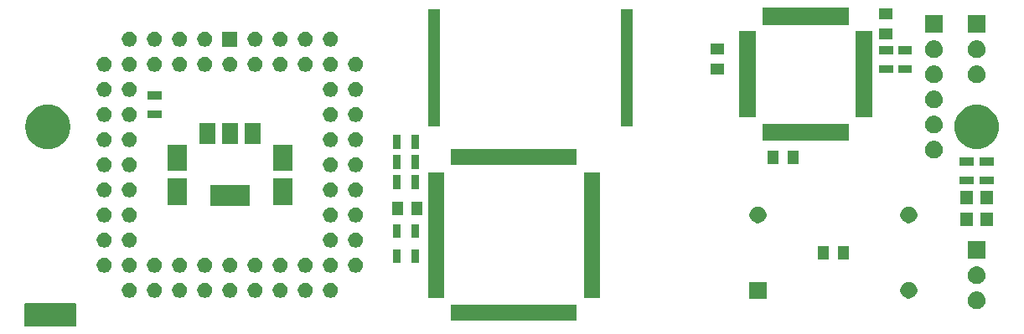
<source format=gbr>
G04 #@! TF.GenerationSoftware,KiCad,Pcbnew,(5.0.1)-rc2*
G04 #@! TF.CreationDate,2020-12-06T20:15:16+01:00*
G04 #@! TF.ProjectId,A600_ACCEL_RAM,413630305F414343454C5F52414D2E6B,rev?*
G04 #@! TF.SameCoordinates,Original*
G04 #@! TF.FileFunction,Soldermask,Top*
G04 #@! TF.FilePolarity,Negative*
%FSLAX46Y46*%
G04 Gerber Fmt 4.6, Leading zero omitted, Abs format (unit mm)*
G04 Created by KiCad (PCBNEW (5.0.1)-rc2) date 06/12/2020 20:15:16*
%MOMM*%
%LPD*%
G01*
G04 APERTURE LIST*
%ADD10C,0.150000*%
%ADD11C,0.100000*%
G04 APERTURE END LIST*
D10*
G36*
X25019000Y-124587000D02*
X30099000Y-124587000D01*
X30099000Y-126746000D01*
X25019000Y-126746000D01*
X25019000Y-124587000D01*
G37*
X25019000Y-124587000D02*
X30099000Y-124587000D01*
X30099000Y-126746000D01*
X25019000Y-126746000D01*
X25019000Y-124587000D01*
D11*
G36*
X80773000Y-126303000D02*
X68071000Y-126303000D01*
X68071000Y-124701000D01*
X80773000Y-124701000D01*
X80773000Y-126303000D01*
X80773000Y-126303000D01*
G37*
G36*
X121268442Y-123311518D02*
X121334627Y-123318037D01*
X121447853Y-123352384D01*
X121504467Y-123369557D01*
X121584481Y-123412326D01*
X121660991Y-123453222D01*
X121696729Y-123482552D01*
X121798186Y-123565814D01*
X121881448Y-123667271D01*
X121910778Y-123703009D01*
X121910779Y-123703011D01*
X121994443Y-123859533D01*
X121994443Y-123859534D01*
X122045963Y-124029373D01*
X122063359Y-124206000D01*
X122045963Y-124382627D01*
X122011616Y-124495853D01*
X121994443Y-124552467D01*
X121920348Y-124691087D01*
X121910778Y-124708991D01*
X121881448Y-124744729D01*
X121798186Y-124846186D01*
X121696729Y-124929448D01*
X121660991Y-124958778D01*
X121660989Y-124958779D01*
X121504467Y-125042443D01*
X121447853Y-125059616D01*
X121334627Y-125093963D01*
X121268443Y-125100481D01*
X121202260Y-125107000D01*
X121113740Y-125107000D01*
X121047557Y-125100481D01*
X120981373Y-125093963D01*
X120868147Y-125059616D01*
X120811533Y-125042443D01*
X120655011Y-124958779D01*
X120655009Y-124958778D01*
X120619271Y-124929448D01*
X120517814Y-124846186D01*
X120434552Y-124744729D01*
X120405222Y-124708991D01*
X120395652Y-124691087D01*
X120321557Y-124552467D01*
X120304384Y-124495853D01*
X120270037Y-124382627D01*
X120252641Y-124206000D01*
X120270037Y-124029373D01*
X120321557Y-123859534D01*
X120321557Y-123859533D01*
X120405221Y-123703011D01*
X120405222Y-123703009D01*
X120434552Y-123667271D01*
X120517814Y-123565814D01*
X120619271Y-123482552D01*
X120655009Y-123453222D01*
X120731519Y-123412326D01*
X120811533Y-123369557D01*
X120868147Y-123352384D01*
X120981373Y-123318037D01*
X121047558Y-123311518D01*
X121113740Y-123305000D01*
X121202260Y-123305000D01*
X121268442Y-123311518D01*
X121268442Y-123311518D01*
G37*
G36*
X114548228Y-122371703D02*
X114703100Y-122435853D01*
X114842481Y-122528985D01*
X114961015Y-122647519D01*
X115054147Y-122786900D01*
X115118297Y-122941772D01*
X115151000Y-123106184D01*
X115151000Y-123273816D01*
X115118297Y-123438228D01*
X115054147Y-123593100D01*
X114961015Y-123732481D01*
X114842481Y-123851015D01*
X114703100Y-123944147D01*
X114548228Y-124008297D01*
X114383816Y-124041000D01*
X114216184Y-124041000D01*
X114051772Y-124008297D01*
X113896900Y-123944147D01*
X113757519Y-123851015D01*
X113638985Y-123732481D01*
X113545853Y-123593100D01*
X113481703Y-123438228D01*
X113449000Y-123273816D01*
X113449000Y-123106184D01*
X113481703Y-122941772D01*
X113545853Y-122786900D01*
X113638985Y-122647519D01*
X113757519Y-122528985D01*
X113896900Y-122435853D01*
X114051772Y-122371703D01*
X114216184Y-122339000D01*
X114383816Y-122339000D01*
X114548228Y-122371703D01*
X114548228Y-122371703D01*
G37*
G36*
X99911000Y-124041000D02*
X98209000Y-124041000D01*
X98209000Y-122339000D01*
X99911000Y-122339000D01*
X99911000Y-124041000D01*
X99911000Y-124041000D01*
G37*
G36*
X67323000Y-123953000D02*
X65721000Y-123953000D01*
X65721000Y-111251000D01*
X67323000Y-111251000D01*
X67323000Y-123953000D01*
X67323000Y-123953000D01*
G37*
G36*
X83123000Y-123953000D02*
X81521000Y-123953000D01*
X81521000Y-111251000D01*
X83123000Y-111251000D01*
X83123000Y-123953000D01*
X83123000Y-123953000D01*
G37*
G36*
X40862326Y-122457090D02*
X41001037Y-122514546D01*
X41125875Y-122597961D01*
X41232039Y-122704125D01*
X41315454Y-122828963D01*
X41372910Y-122967674D01*
X41402200Y-123114928D01*
X41402200Y-123265072D01*
X41372910Y-123412326D01*
X41315454Y-123551037D01*
X41232039Y-123675875D01*
X41125875Y-123782039D01*
X41001037Y-123865454D01*
X40862326Y-123922910D01*
X40715072Y-123952200D01*
X40564928Y-123952200D01*
X40417674Y-123922910D01*
X40278963Y-123865454D01*
X40154125Y-123782039D01*
X40047961Y-123675875D01*
X39964546Y-123551037D01*
X39907090Y-123412326D01*
X39877800Y-123265072D01*
X39877800Y-123114928D01*
X39907090Y-122967674D01*
X39964546Y-122828963D01*
X40047961Y-122704125D01*
X40154125Y-122597961D01*
X40278963Y-122514546D01*
X40417674Y-122457090D01*
X40564928Y-122427800D01*
X40715072Y-122427800D01*
X40862326Y-122457090D01*
X40862326Y-122457090D01*
G37*
G36*
X35782326Y-122457090D02*
X35921037Y-122514546D01*
X36045875Y-122597961D01*
X36152039Y-122704125D01*
X36235454Y-122828963D01*
X36292910Y-122967674D01*
X36322200Y-123114928D01*
X36322200Y-123265072D01*
X36292910Y-123412326D01*
X36235454Y-123551037D01*
X36152039Y-123675875D01*
X36045875Y-123782039D01*
X35921037Y-123865454D01*
X35782326Y-123922910D01*
X35635072Y-123952200D01*
X35484928Y-123952200D01*
X35337674Y-123922910D01*
X35198963Y-123865454D01*
X35074125Y-123782039D01*
X34967961Y-123675875D01*
X34884546Y-123551037D01*
X34827090Y-123412326D01*
X34797800Y-123265072D01*
X34797800Y-123114928D01*
X34827090Y-122967674D01*
X34884546Y-122828963D01*
X34967961Y-122704125D01*
X35074125Y-122597961D01*
X35198963Y-122514546D01*
X35337674Y-122457090D01*
X35484928Y-122427800D01*
X35635072Y-122427800D01*
X35782326Y-122457090D01*
X35782326Y-122457090D01*
G37*
G36*
X43402326Y-122457090D02*
X43541037Y-122514546D01*
X43665875Y-122597961D01*
X43772039Y-122704125D01*
X43855454Y-122828963D01*
X43912910Y-122967674D01*
X43942200Y-123114928D01*
X43942200Y-123265072D01*
X43912910Y-123412326D01*
X43855454Y-123551037D01*
X43772039Y-123675875D01*
X43665875Y-123782039D01*
X43541037Y-123865454D01*
X43402326Y-123922910D01*
X43255072Y-123952200D01*
X43104928Y-123952200D01*
X42957674Y-123922910D01*
X42818963Y-123865454D01*
X42694125Y-123782039D01*
X42587961Y-123675875D01*
X42504546Y-123551037D01*
X42447090Y-123412326D01*
X42417800Y-123265072D01*
X42417800Y-123114928D01*
X42447090Y-122967674D01*
X42504546Y-122828963D01*
X42587961Y-122704125D01*
X42694125Y-122597961D01*
X42818963Y-122514546D01*
X42957674Y-122457090D01*
X43104928Y-122427800D01*
X43255072Y-122427800D01*
X43402326Y-122457090D01*
X43402326Y-122457090D01*
G37*
G36*
X45942326Y-122457090D02*
X46081037Y-122514546D01*
X46205875Y-122597961D01*
X46312039Y-122704125D01*
X46395454Y-122828963D01*
X46452910Y-122967674D01*
X46482200Y-123114928D01*
X46482200Y-123265072D01*
X46452910Y-123412326D01*
X46395454Y-123551037D01*
X46312039Y-123675875D01*
X46205875Y-123782039D01*
X46081037Y-123865454D01*
X45942326Y-123922910D01*
X45795072Y-123952200D01*
X45644928Y-123952200D01*
X45497674Y-123922910D01*
X45358963Y-123865454D01*
X45234125Y-123782039D01*
X45127961Y-123675875D01*
X45044546Y-123551037D01*
X44987090Y-123412326D01*
X44957800Y-123265072D01*
X44957800Y-123114928D01*
X44987090Y-122967674D01*
X45044546Y-122828963D01*
X45127961Y-122704125D01*
X45234125Y-122597961D01*
X45358963Y-122514546D01*
X45497674Y-122457090D01*
X45644928Y-122427800D01*
X45795072Y-122427800D01*
X45942326Y-122457090D01*
X45942326Y-122457090D01*
G37*
G36*
X48482326Y-122457090D02*
X48621037Y-122514546D01*
X48745875Y-122597961D01*
X48852039Y-122704125D01*
X48935454Y-122828963D01*
X48992910Y-122967674D01*
X49022200Y-123114928D01*
X49022200Y-123265072D01*
X48992910Y-123412326D01*
X48935454Y-123551037D01*
X48852039Y-123675875D01*
X48745875Y-123782039D01*
X48621037Y-123865454D01*
X48482326Y-123922910D01*
X48335072Y-123952200D01*
X48184928Y-123952200D01*
X48037674Y-123922910D01*
X47898963Y-123865454D01*
X47774125Y-123782039D01*
X47667961Y-123675875D01*
X47584546Y-123551037D01*
X47527090Y-123412326D01*
X47497800Y-123265072D01*
X47497800Y-123114928D01*
X47527090Y-122967674D01*
X47584546Y-122828963D01*
X47667961Y-122704125D01*
X47774125Y-122597961D01*
X47898963Y-122514546D01*
X48037674Y-122457090D01*
X48184928Y-122427800D01*
X48335072Y-122427800D01*
X48482326Y-122457090D01*
X48482326Y-122457090D01*
G37*
G36*
X51022326Y-122457090D02*
X51161037Y-122514546D01*
X51285875Y-122597961D01*
X51392039Y-122704125D01*
X51475454Y-122828963D01*
X51532910Y-122967674D01*
X51562200Y-123114928D01*
X51562200Y-123265072D01*
X51532910Y-123412326D01*
X51475454Y-123551037D01*
X51392039Y-123675875D01*
X51285875Y-123782039D01*
X51161037Y-123865454D01*
X51022326Y-123922910D01*
X50875072Y-123952200D01*
X50724928Y-123952200D01*
X50577674Y-123922910D01*
X50438963Y-123865454D01*
X50314125Y-123782039D01*
X50207961Y-123675875D01*
X50124546Y-123551037D01*
X50067090Y-123412326D01*
X50037800Y-123265072D01*
X50037800Y-123114928D01*
X50067090Y-122967674D01*
X50124546Y-122828963D01*
X50207961Y-122704125D01*
X50314125Y-122597961D01*
X50438963Y-122514546D01*
X50577674Y-122457090D01*
X50724928Y-122427800D01*
X50875072Y-122427800D01*
X51022326Y-122457090D01*
X51022326Y-122457090D01*
G37*
G36*
X53562326Y-122457090D02*
X53701037Y-122514546D01*
X53825875Y-122597961D01*
X53932039Y-122704125D01*
X54015454Y-122828963D01*
X54072910Y-122967674D01*
X54102200Y-123114928D01*
X54102200Y-123265072D01*
X54072910Y-123412326D01*
X54015454Y-123551037D01*
X53932039Y-123675875D01*
X53825875Y-123782039D01*
X53701037Y-123865454D01*
X53562326Y-123922910D01*
X53415072Y-123952200D01*
X53264928Y-123952200D01*
X53117674Y-123922910D01*
X52978963Y-123865454D01*
X52854125Y-123782039D01*
X52747961Y-123675875D01*
X52664546Y-123551037D01*
X52607090Y-123412326D01*
X52577800Y-123265072D01*
X52577800Y-123114928D01*
X52607090Y-122967674D01*
X52664546Y-122828963D01*
X52747961Y-122704125D01*
X52854125Y-122597961D01*
X52978963Y-122514546D01*
X53117674Y-122457090D01*
X53264928Y-122427800D01*
X53415072Y-122427800D01*
X53562326Y-122457090D01*
X53562326Y-122457090D01*
G37*
G36*
X56102326Y-122457090D02*
X56241037Y-122514546D01*
X56365875Y-122597961D01*
X56472039Y-122704125D01*
X56555454Y-122828963D01*
X56612910Y-122967674D01*
X56642200Y-123114928D01*
X56642200Y-123265072D01*
X56612910Y-123412326D01*
X56555454Y-123551037D01*
X56472039Y-123675875D01*
X56365875Y-123782039D01*
X56241037Y-123865454D01*
X56102326Y-123922910D01*
X55955072Y-123952200D01*
X55804928Y-123952200D01*
X55657674Y-123922910D01*
X55518963Y-123865454D01*
X55394125Y-123782039D01*
X55287961Y-123675875D01*
X55204546Y-123551037D01*
X55147090Y-123412326D01*
X55117800Y-123265072D01*
X55117800Y-123114928D01*
X55147090Y-122967674D01*
X55204546Y-122828963D01*
X55287961Y-122704125D01*
X55394125Y-122597961D01*
X55518963Y-122514546D01*
X55657674Y-122457090D01*
X55804928Y-122427800D01*
X55955072Y-122427800D01*
X56102326Y-122457090D01*
X56102326Y-122457090D01*
G37*
G36*
X38322326Y-122457090D02*
X38461037Y-122514546D01*
X38585875Y-122597961D01*
X38692039Y-122704125D01*
X38775454Y-122828963D01*
X38832910Y-122967674D01*
X38862200Y-123114928D01*
X38862200Y-123265072D01*
X38832910Y-123412326D01*
X38775454Y-123551037D01*
X38692039Y-123675875D01*
X38585875Y-123782039D01*
X38461037Y-123865454D01*
X38322326Y-123922910D01*
X38175072Y-123952200D01*
X38024928Y-123952200D01*
X37877674Y-123922910D01*
X37738963Y-123865454D01*
X37614125Y-123782039D01*
X37507961Y-123675875D01*
X37424546Y-123551037D01*
X37367090Y-123412326D01*
X37337800Y-123265072D01*
X37337800Y-123114928D01*
X37367090Y-122967674D01*
X37424546Y-122828963D01*
X37507961Y-122704125D01*
X37614125Y-122597961D01*
X37738963Y-122514546D01*
X37877674Y-122457090D01*
X38024928Y-122427800D01*
X38175072Y-122427800D01*
X38322326Y-122457090D01*
X38322326Y-122457090D01*
G37*
G36*
X121268442Y-120771518D02*
X121334627Y-120778037D01*
X121447853Y-120812384D01*
X121504467Y-120829557D01*
X121544583Y-120851000D01*
X121660991Y-120913222D01*
X121696729Y-120942552D01*
X121798186Y-121025814D01*
X121881448Y-121127271D01*
X121910778Y-121163009D01*
X121910779Y-121163011D01*
X121994443Y-121319533D01*
X121994443Y-121319534D01*
X122045963Y-121489373D01*
X122063359Y-121666000D01*
X122045963Y-121842627D01*
X122011616Y-121955853D01*
X121994443Y-122012467D01*
X121920348Y-122151087D01*
X121910778Y-122168991D01*
X121881448Y-122204729D01*
X121798186Y-122306186D01*
X121696729Y-122389448D01*
X121660991Y-122418778D01*
X121660989Y-122418779D01*
X121504467Y-122502443D01*
X121447853Y-122519616D01*
X121334627Y-122553963D01*
X121268442Y-122560482D01*
X121202260Y-122567000D01*
X121113740Y-122567000D01*
X121047558Y-122560482D01*
X120981373Y-122553963D01*
X120868147Y-122519616D01*
X120811533Y-122502443D01*
X120655011Y-122418779D01*
X120655009Y-122418778D01*
X120619271Y-122389448D01*
X120517814Y-122306186D01*
X120434552Y-122204729D01*
X120405222Y-122168991D01*
X120395652Y-122151087D01*
X120321557Y-122012467D01*
X120304384Y-121955853D01*
X120270037Y-121842627D01*
X120252641Y-121666000D01*
X120270037Y-121489373D01*
X120321557Y-121319534D01*
X120321557Y-121319533D01*
X120405221Y-121163011D01*
X120405222Y-121163009D01*
X120434552Y-121127271D01*
X120517814Y-121025814D01*
X120619271Y-120942552D01*
X120655009Y-120913222D01*
X120771417Y-120851000D01*
X120811533Y-120829557D01*
X120868147Y-120812384D01*
X120981373Y-120778037D01*
X121047558Y-120771518D01*
X121113740Y-120765000D01*
X121202260Y-120765000D01*
X121268442Y-120771518D01*
X121268442Y-120771518D01*
G37*
G36*
X43402326Y-119917090D02*
X43541037Y-119974546D01*
X43665875Y-120057961D01*
X43772039Y-120164125D01*
X43855454Y-120288963D01*
X43912910Y-120427674D01*
X43942200Y-120574928D01*
X43942200Y-120725072D01*
X43912910Y-120872326D01*
X43855454Y-121011037D01*
X43772039Y-121135875D01*
X43665875Y-121242039D01*
X43541037Y-121325454D01*
X43402326Y-121382910D01*
X43255072Y-121412200D01*
X43104928Y-121412200D01*
X42957674Y-121382910D01*
X42818963Y-121325454D01*
X42694125Y-121242039D01*
X42587961Y-121135875D01*
X42504546Y-121011037D01*
X42447090Y-120872326D01*
X42417800Y-120725072D01*
X42417800Y-120574928D01*
X42447090Y-120427674D01*
X42504546Y-120288963D01*
X42587961Y-120164125D01*
X42694125Y-120057961D01*
X42818963Y-119974546D01*
X42957674Y-119917090D01*
X43104928Y-119887800D01*
X43255072Y-119887800D01*
X43402326Y-119917090D01*
X43402326Y-119917090D01*
G37*
G36*
X35782326Y-119917090D02*
X35921037Y-119974546D01*
X36045875Y-120057961D01*
X36152039Y-120164125D01*
X36235454Y-120288963D01*
X36292910Y-120427674D01*
X36322200Y-120574928D01*
X36322200Y-120725072D01*
X36292910Y-120872326D01*
X36235454Y-121011037D01*
X36152039Y-121135875D01*
X36045875Y-121242039D01*
X35921037Y-121325454D01*
X35782326Y-121382910D01*
X35635072Y-121412200D01*
X35484928Y-121412200D01*
X35337674Y-121382910D01*
X35198963Y-121325454D01*
X35074125Y-121242039D01*
X34967961Y-121135875D01*
X34884546Y-121011037D01*
X34827090Y-120872326D01*
X34797800Y-120725072D01*
X34797800Y-120574928D01*
X34827090Y-120427674D01*
X34884546Y-120288963D01*
X34967961Y-120164125D01*
X35074125Y-120057961D01*
X35198963Y-119974546D01*
X35337674Y-119917090D01*
X35484928Y-119887800D01*
X35635072Y-119887800D01*
X35782326Y-119917090D01*
X35782326Y-119917090D01*
G37*
G36*
X56102326Y-119917090D02*
X56241037Y-119974546D01*
X56365875Y-120057961D01*
X56472039Y-120164125D01*
X56555454Y-120288963D01*
X56612910Y-120427674D01*
X56642200Y-120574928D01*
X56642200Y-120725072D01*
X56612910Y-120872326D01*
X56555454Y-121011037D01*
X56472039Y-121135875D01*
X56365875Y-121242039D01*
X56241037Y-121325454D01*
X56102326Y-121382910D01*
X55955072Y-121412200D01*
X55804928Y-121412200D01*
X55657674Y-121382910D01*
X55518963Y-121325454D01*
X55394125Y-121242039D01*
X55287961Y-121135875D01*
X55204546Y-121011037D01*
X55147090Y-120872326D01*
X55117800Y-120725072D01*
X55117800Y-120574928D01*
X55147090Y-120427674D01*
X55204546Y-120288963D01*
X55287961Y-120164125D01*
X55394125Y-120057961D01*
X55518963Y-119974546D01*
X55657674Y-119917090D01*
X55804928Y-119887800D01*
X55955072Y-119887800D01*
X56102326Y-119917090D01*
X56102326Y-119917090D01*
G37*
G36*
X58642326Y-119917090D02*
X58781037Y-119974546D01*
X58905875Y-120057961D01*
X59012039Y-120164125D01*
X59095454Y-120288963D01*
X59152910Y-120427674D01*
X59182200Y-120574928D01*
X59182200Y-120725072D01*
X59152910Y-120872326D01*
X59095454Y-121011037D01*
X59012039Y-121135875D01*
X58905875Y-121242039D01*
X58781037Y-121325454D01*
X58642326Y-121382910D01*
X58495072Y-121412200D01*
X58344928Y-121412200D01*
X58197674Y-121382910D01*
X58058963Y-121325454D01*
X57934125Y-121242039D01*
X57827961Y-121135875D01*
X57744546Y-121011037D01*
X57687090Y-120872326D01*
X57657800Y-120725072D01*
X57657800Y-120574928D01*
X57687090Y-120427674D01*
X57744546Y-120288963D01*
X57827961Y-120164125D01*
X57934125Y-120057961D01*
X58058963Y-119974546D01*
X58197674Y-119917090D01*
X58344928Y-119887800D01*
X58495072Y-119887800D01*
X58642326Y-119917090D01*
X58642326Y-119917090D01*
G37*
G36*
X33242326Y-119917090D02*
X33381037Y-119974546D01*
X33505875Y-120057961D01*
X33612039Y-120164125D01*
X33695454Y-120288963D01*
X33752910Y-120427674D01*
X33782200Y-120574928D01*
X33782200Y-120725072D01*
X33752910Y-120872326D01*
X33695454Y-121011037D01*
X33612039Y-121135875D01*
X33505875Y-121242039D01*
X33381037Y-121325454D01*
X33242326Y-121382910D01*
X33095072Y-121412200D01*
X32944928Y-121412200D01*
X32797674Y-121382910D01*
X32658963Y-121325454D01*
X32534125Y-121242039D01*
X32427961Y-121135875D01*
X32344546Y-121011037D01*
X32287090Y-120872326D01*
X32257800Y-120725072D01*
X32257800Y-120574928D01*
X32287090Y-120427674D01*
X32344546Y-120288963D01*
X32427961Y-120164125D01*
X32534125Y-120057961D01*
X32658963Y-119974546D01*
X32797674Y-119917090D01*
X32944928Y-119887800D01*
X33095072Y-119887800D01*
X33242326Y-119917090D01*
X33242326Y-119917090D01*
G37*
G36*
X38322326Y-119917090D02*
X38461037Y-119974546D01*
X38585875Y-120057961D01*
X38692039Y-120164125D01*
X38775454Y-120288963D01*
X38832910Y-120427674D01*
X38862200Y-120574928D01*
X38862200Y-120725072D01*
X38832910Y-120872326D01*
X38775454Y-121011037D01*
X38692039Y-121135875D01*
X38585875Y-121242039D01*
X38461037Y-121325454D01*
X38322326Y-121382910D01*
X38175072Y-121412200D01*
X38024928Y-121412200D01*
X37877674Y-121382910D01*
X37738963Y-121325454D01*
X37614125Y-121242039D01*
X37507961Y-121135875D01*
X37424546Y-121011037D01*
X37367090Y-120872326D01*
X37337800Y-120725072D01*
X37337800Y-120574928D01*
X37367090Y-120427674D01*
X37424546Y-120288963D01*
X37507961Y-120164125D01*
X37614125Y-120057961D01*
X37738963Y-119974546D01*
X37877674Y-119917090D01*
X38024928Y-119887800D01*
X38175072Y-119887800D01*
X38322326Y-119917090D01*
X38322326Y-119917090D01*
G37*
G36*
X40862326Y-119917090D02*
X41001037Y-119974546D01*
X41125875Y-120057961D01*
X41232039Y-120164125D01*
X41315454Y-120288963D01*
X41372910Y-120427674D01*
X41402200Y-120574928D01*
X41402200Y-120725072D01*
X41372910Y-120872326D01*
X41315454Y-121011037D01*
X41232039Y-121135875D01*
X41125875Y-121242039D01*
X41001037Y-121325454D01*
X40862326Y-121382910D01*
X40715072Y-121412200D01*
X40564928Y-121412200D01*
X40417674Y-121382910D01*
X40278963Y-121325454D01*
X40154125Y-121242039D01*
X40047961Y-121135875D01*
X39964546Y-121011037D01*
X39907090Y-120872326D01*
X39877800Y-120725072D01*
X39877800Y-120574928D01*
X39907090Y-120427674D01*
X39964546Y-120288963D01*
X40047961Y-120164125D01*
X40154125Y-120057961D01*
X40278963Y-119974546D01*
X40417674Y-119917090D01*
X40564928Y-119887800D01*
X40715072Y-119887800D01*
X40862326Y-119917090D01*
X40862326Y-119917090D01*
G37*
G36*
X45942326Y-119917090D02*
X46081037Y-119974546D01*
X46205875Y-120057961D01*
X46312039Y-120164125D01*
X46395454Y-120288963D01*
X46452910Y-120427674D01*
X46482200Y-120574928D01*
X46482200Y-120725072D01*
X46452910Y-120872326D01*
X46395454Y-121011037D01*
X46312039Y-121135875D01*
X46205875Y-121242039D01*
X46081037Y-121325454D01*
X45942326Y-121382910D01*
X45795072Y-121412200D01*
X45644928Y-121412200D01*
X45497674Y-121382910D01*
X45358963Y-121325454D01*
X45234125Y-121242039D01*
X45127961Y-121135875D01*
X45044546Y-121011037D01*
X44987090Y-120872326D01*
X44957800Y-120725072D01*
X44957800Y-120574928D01*
X44987090Y-120427674D01*
X45044546Y-120288963D01*
X45127961Y-120164125D01*
X45234125Y-120057961D01*
X45358963Y-119974546D01*
X45497674Y-119917090D01*
X45644928Y-119887800D01*
X45795072Y-119887800D01*
X45942326Y-119917090D01*
X45942326Y-119917090D01*
G37*
G36*
X48482326Y-119917090D02*
X48621037Y-119974546D01*
X48745875Y-120057961D01*
X48852039Y-120164125D01*
X48935454Y-120288963D01*
X48992910Y-120427674D01*
X49022200Y-120574928D01*
X49022200Y-120725072D01*
X48992910Y-120872326D01*
X48935454Y-121011037D01*
X48852039Y-121135875D01*
X48745875Y-121242039D01*
X48621037Y-121325454D01*
X48482326Y-121382910D01*
X48335072Y-121412200D01*
X48184928Y-121412200D01*
X48037674Y-121382910D01*
X47898963Y-121325454D01*
X47774125Y-121242039D01*
X47667961Y-121135875D01*
X47584546Y-121011037D01*
X47527090Y-120872326D01*
X47497800Y-120725072D01*
X47497800Y-120574928D01*
X47527090Y-120427674D01*
X47584546Y-120288963D01*
X47667961Y-120164125D01*
X47774125Y-120057961D01*
X47898963Y-119974546D01*
X48037674Y-119917090D01*
X48184928Y-119887800D01*
X48335072Y-119887800D01*
X48482326Y-119917090D01*
X48482326Y-119917090D01*
G37*
G36*
X51022326Y-119917090D02*
X51161037Y-119974546D01*
X51285875Y-120057961D01*
X51392039Y-120164125D01*
X51475454Y-120288963D01*
X51532910Y-120427674D01*
X51562200Y-120574928D01*
X51562200Y-120725072D01*
X51532910Y-120872326D01*
X51475454Y-121011037D01*
X51392039Y-121135875D01*
X51285875Y-121242039D01*
X51161037Y-121325454D01*
X51022326Y-121382910D01*
X50875072Y-121412200D01*
X50724928Y-121412200D01*
X50577674Y-121382910D01*
X50438963Y-121325454D01*
X50314125Y-121242039D01*
X50207961Y-121135875D01*
X50124546Y-121011037D01*
X50067090Y-120872326D01*
X50037800Y-120725072D01*
X50037800Y-120574928D01*
X50067090Y-120427674D01*
X50124546Y-120288963D01*
X50207961Y-120164125D01*
X50314125Y-120057961D01*
X50438963Y-119974546D01*
X50577674Y-119917090D01*
X50724928Y-119887800D01*
X50875072Y-119887800D01*
X51022326Y-119917090D01*
X51022326Y-119917090D01*
G37*
G36*
X53562326Y-119917090D02*
X53701037Y-119974546D01*
X53825875Y-120057961D01*
X53932039Y-120164125D01*
X54015454Y-120288963D01*
X54072910Y-120427674D01*
X54102200Y-120574928D01*
X54102200Y-120725072D01*
X54072910Y-120872326D01*
X54015454Y-121011037D01*
X53932039Y-121135875D01*
X53825875Y-121242039D01*
X53701037Y-121325454D01*
X53562326Y-121382910D01*
X53415072Y-121412200D01*
X53264928Y-121412200D01*
X53117674Y-121382910D01*
X52978963Y-121325454D01*
X52854125Y-121242039D01*
X52747961Y-121135875D01*
X52664546Y-121011037D01*
X52607090Y-120872326D01*
X52577800Y-120725072D01*
X52577800Y-120574928D01*
X52607090Y-120427674D01*
X52664546Y-120288963D01*
X52747961Y-120164125D01*
X52854125Y-120057961D01*
X52978963Y-119974546D01*
X53117674Y-119917090D01*
X53264928Y-119887800D01*
X53415072Y-119887800D01*
X53562326Y-119917090D01*
X53562326Y-119917090D01*
G37*
G36*
X62951000Y-120462000D02*
X62149000Y-120462000D01*
X62149000Y-119060000D01*
X62951000Y-119060000D01*
X62951000Y-120462000D01*
X62951000Y-120462000D01*
G37*
G36*
X64851000Y-120462000D02*
X64049000Y-120462000D01*
X64049000Y-119060000D01*
X64851000Y-119060000D01*
X64851000Y-120462000D01*
X64851000Y-120462000D01*
G37*
G36*
X106231000Y-120056000D02*
X105129000Y-120056000D01*
X105129000Y-118704000D01*
X106231000Y-118704000D01*
X106231000Y-120056000D01*
X106231000Y-120056000D01*
G37*
G36*
X108231000Y-120056000D02*
X107129000Y-120056000D01*
X107129000Y-118704000D01*
X108231000Y-118704000D01*
X108231000Y-120056000D01*
X108231000Y-120056000D01*
G37*
G36*
X122059000Y-120027000D02*
X120257000Y-120027000D01*
X120257000Y-118225000D01*
X122059000Y-118225000D01*
X122059000Y-120027000D01*
X122059000Y-120027000D01*
G37*
G36*
X56102326Y-117377090D02*
X56241037Y-117434546D01*
X56365875Y-117517961D01*
X56472039Y-117624125D01*
X56555454Y-117748963D01*
X56612910Y-117887674D01*
X56642200Y-118034928D01*
X56642200Y-118185072D01*
X56612910Y-118332326D01*
X56555454Y-118471037D01*
X56472039Y-118595875D01*
X56365875Y-118702039D01*
X56241037Y-118785454D01*
X56102326Y-118842910D01*
X55955072Y-118872200D01*
X55804928Y-118872200D01*
X55657674Y-118842910D01*
X55518963Y-118785454D01*
X55394125Y-118702039D01*
X55287961Y-118595875D01*
X55204546Y-118471037D01*
X55147090Y-118332326D01*
X55117800Y-118185072D01*
X55117800Y-118034928D01*
X55147090Y-117887674D01*
X55204546Y-117748963D01*
X55287961Y-117624125D01*
X55394125Y-117517961D01*
X55518963Y-117434546D01*
X55657674Y-117377090D01*
X55804928Y-117347800D01*
X55955072Y-117347800D01*
X56102326Y-117377090D01*
X56102326Y-117377090D01*
G37*
G36*
X58642326Y-117377090D02*
X58781037Y-117434546D01*
X58905875Y-117517961D01*
X59012039Y-117624125D01*
X59095454Y-117748963D01*
X59152910Y-117887674D01*
X59182200Y-118034928D01*
X59182200Y-118185072D01*
X59152910Y-118332326D01*
X59095454Y-118471037D01*
X59012039Y-118595875D01*
X58905875Y-118702039D01*
X58781037Y-118785454D01*
X58642326Y-118842910D01*
X58495072Y-118872200D01*
X58344928Y-118872200D01*
X58197674Y-118842910D01*
X58058963Y-118785454D01*
X57934125Y-118702039D01*
X57827961Y-118595875D01*
X57744546Y-118471037D01*
X57687090Y-118332326D01*
X57657800Y-118185072D01*
X57657800Y-118034928D01*
X57687090Y-117887674D01*
X57744546Y-117748963D01*
X57827961Y-117624125D01*
X57934125Y-117517961D01*
X58058963Y-117434546D01*
X58197674Y-117377090D01*
X58344928Y-117347800D01*
X58495072Y-117347800D01*
X58642326Y-117377090D01*
X58642326Y-117377090D01*
G37*
G36*
X35782326Y-117377090D02*
X35921037Y-117434546D01*
X36045875Y-117517961D01*
X36152039Y-117624125D01*
X36235454Y-117748963D01*
X36292910Y-117887674D01*
X36322200Y-118034928D01*
X36322200Y-118185072D01*
X36292910Y-118332326D01*
X36235454Y-118471037D01*
X36152039Y-118595875D01*
X36045875Y-118702039D01*
X35921037Y-118785454D01*
X35782326Y-118842910D01*
X35635072Y-118872200D01*
X35484928Y-118872200D01*
X35337674Y-118842910D01*
X35198963Y-118785454D01*
X35074125Y-118702039D01*
X34967961Y-118595875D01*
X34884546Y-118471037D01*
X34827090Y-118332326D01*
X34797800Y-118185072D01*
X34797800Y-118034928D01*
X34827090Y-117887674D01*
X34884546Y-117748963D01*
X34967961Y-117624125D01*
X35074125Y-117517961D01*
X35198963Y-117434546D01*
X35337674Y-117377090D01*
X35484928Y-117347800D01*
X35635072Y-117347800D01*
X35782326Y-117377090D01*
X35782326Y-117377090D01*
G37*
G36*
X33242326Y-117377090D02*
X33381037Y-117434546D01*
X33505875Y-117517961D01*
X33612039Y-117624125D01*
X33695454Y-117748963D01*
X33752910Y-117887674D01*
X33782200Y-118034928D01*
X33782200Y-118185072D01*
X33752910Y-118332326D01*
X33695454Y-118471037D01*
X33612039Y-118595875D01*
X33505875Y-118702039D01*
X33381037Y-118785454D01*
X33242326Y-118842910D01*
X33095072Y-118872200D01*
X32944928Y-118872200D01*
X32797674Y-118842910D01*
X32658963Y-118785454D01*
X32534125Y-118702039D01*
X32427961Y-118595875D01*
X32344546Y-118471037D01*
X32287090Y-118332326D01*
X32257800Y-118185072D01*
X32257800Y-118034928D01*
X32287090Y-117887674D01*
X32344546Y-117748963D01*
X32427961Y-117624125D01*
X32534125Y-117517961D01*
X32658963Y-117434546D01*
X32797674Y-117377090D01*
X32944928Y-117347800D01*
X33095072Y-117347800D01*
X33242326Y-117377090D01*
X33242326Y-117377090D01*
G37*
G36*
X62951000Y-117896600D02*
X62149000Y-117896600D01*
X62149000Y-116494600D01*
X62951000Y-116494600D01*
X62951000Y-117896600D01*
X62951000Y-117896600D01*
G37*
G36*
X64851000Y-117896600D02*
X64049000Y-117896600D01*
X64049000Y-116494600D01*
X64851000Y-116494600D01*
X64851000Y-117896600D01*
X64851000Y-117896600D01*
G37*
G36*
X122825000Y-116686000D02*
X121523000Y-116686000D01*
X121523000Y-115384000D01*
X122825000Y-115384000D01*
X122825000Y-116686000D01*
X122825000Y-116686000D01*
G37*
G36*
X120793000Y-116686000D02*
X119491000Y-116686000D01*
X119491000Y-115384000D01*
X120793000Y-115384000D01*
X120793000Y-116686000D01*
X120793000Y-116686000D01*
G37*
G36*
X114548228Y-114751703D02*
X114703100Y-114815853D01*
X114842481Y-114908985D01*
X114961015Y-115027519D01*
X115054147Y-115166900D01*
X115118297Y-115321772D01*
X115151000Y-115486184D01*
X115151000Y-115653816D01*
X115118297Y-115818228D01*
X115054147Y-115973100D01*
X114961015Y-116112481D01*
X114842481Y-116231015D01*
X114703100Y-116324147D01*
X114548228Y-116388297D01*
X114383816Y-116421000D01*
X114216184Y-116421000D01*
X114051772Y-116388297D01*
X113896900Y-116324147D01*
X113757519Y-116231015D01*
X113638985Y-116112481D01*
X113545853Y-115973100D01*
X113481703Y-115818228D01*
X113449000Y-115653816D01*
X113449000Y-115486184D01*
X113481703Y-115321772D01*
X113545853Y-115166900D01*
X113638985Y-115027519D01*
X113757519Y-114908985D01*
X113896900Y-114815853D01*
X114051772Y-114751703D01*
X114216184Y-114719000D01*
X114383816Y-114719000D01*
X114548228Y-114751703D01*
X114548228Y-114751703D01*
G37*
G36*
X99308228Y-114751703D02*
X99463100Y-114815853D01*
X99602481Y-114908985D01*
X99721015Y-115027519D01*
X99814147Y-115166900D01*
X99878297Y-115321772D01*
X99911000Y-115486184D01*
X99911000Y-115653816D01*
X99878297Y-115818228D01*
X99814147Y-115973100D01*
X99721015Y-116112481D01*
X99602481Y-116231015D01*
X99463100Y-116324147D01*
X99308228Y-116388297D01*
X99143816Y-116421000D01*
X98976184Y-116421000D01*
X98811772Y-116388297D01*
X98656900Y-116324147D01*
X98517519Y-116231015D01*
X98398985Y-116112481D01*
X98305853Y-115973100D01*
X98241703Y-115818228D01*
X98209000Y-115653816D01*
X98209000Y-115486184D01*
X98241703Y-115321772D01*
X98305853Y-115166900D01*
X98398985Y-115027519D01*
X98517519Y-114908985D01*
X98656900Y-114815853D01*
X98811772Y-114751703D01*
X98976184Y-114719000D01*
X99143816Y-114719000D01*
X99308228Y-114751703D01*
X99308228Y-114751703D01*
G37*
G36*
X33242326Y-114837090D02*
X33381037Y-114894546D01*
X33505875Y-114977961D01*
X33612039Y-115084125D01*
X33695454Y-115208963D01*
X33752910Y-115347674D01*
X33782200Y-115494928D01*
X33782200Y-115645072D01*
X33752910Y-115792326D01*
X33695454Y-115931037D01*
X33612039Y-116055875D01*
X33505875Y-116162039D01*
X33381037Y-116245454D01*
X33242326Y-116302910D01*
X33095072Y-116332200D01*
X32944928Y-116332200D01*
X32797674Y-116302910D01*
X32658963Y-116245454D01*
X32534125Y-116162039D01*
X32427961Y-116055875D01*
X32344546Y-115931037D01*
X32287090Y-115792326D01*
X32257800Y-115645072D01*
X32257800Y-115494928D01*
X32287090Y-115347674D01*
X32344546Y-115208963D01*
X32427961Y-115084125D01*
X32534125Y-114977961D01*
X32658963Y-114894546D01*
X32797674Y-114837090D01*
X32944928Y-114807800D01*
X33095072Y-114807800D01*
X33242326Y-114837090D01*
X33242326Y-114837090D01*
G37*
G36*
X35782326Y-114837090D02*
X35921037Y-114894546D01*
X36045875Y-114977961D01*
X36152039Y-115084125D01*
X36235454Y-115208963D01*
X36292910Y-115347674D01*
X36322200Y-115494928D01*
X36322200Y-115645072D01*
X36292910Y-115792326D01*
X36235454Y-115931037D01*
X36152039Y-116055875D01*
X36045875Y-116162039D01*
X35921037Y-116245454D01*
X35782326Y-116302910D01*
X35635072Y-116332200D01*
X35484928Y-116332200D01*
X35337674Y-116302910D01*
X35198963Y-116245454D01*
X35074125Y-116162039D01*
X34967961Y-116055875D01*
X34884546Y-115931037D01*
X34827090Y-115792326D01*
X34797800Y-115645072D01*
X34797800Y-115494928D01*
X34827090Y-115347674D01*
X34884546Y-115208963D01*
X34967961Y-115084125D01*
X35074125Y-114977961D01*
X35198963Y-114894546D01*
X35337674Y-114837090D01*
X35484928Y-114807800D01*
X35635072Y-114807800D01*
X35782326Y-114837090D01*
X35782326Y-114837090D01*
G37*
G36*
X58642326Y-114837090D02*
X58781037Y-114894546D01*
X58905875Y-114977961D01*
X59012039Y-115084125D01*
X59095454Y-115208963D01*
X59152910Y-115347674D01*
X59182200Y-115494928D01*
X59182200Y-115645072D01*
X59152910Y-115792326D01*
X59095454Y-115931037D01*
X59012039Y-116055875D01*
X58905875Y-116162039D01*
X58781037Y-116245454D01*
X58642326Y-116302910D01*
X58495072Y-116332200D01*
X58344928Y-116332200D01*
X58197674Y-116302910D01*
X58058963Y-116245454D01*
X57934125Y-116162039D01*
X57827961Y-116055875D01*
X57744546Y-115931037D01*
X57687090Y-115792326D01*
X57657800Y-115645072D01*
X57657800Y-115494928D01*
X57687090Y-115347674D01*
X57744546Y-115208963D01*
X57827961Y-115084125D01*
X57934125Y-114977961D01*
X58058963Y-114894546D01*
X58197674Y-114837090D01*
X58344928Y-114807800D01*
X58495072Y-114807800D01*
X58642326Y-114837090D01*
X58642326Y-114837090D01*
G37*
G36*
X56102326Y-114837090D02*
X56241037Y-114894546D01*
X56365875Y-114977961D01*
X56472039Y-115084125D01*
X56555454Y-115208963D01*
X56612910Y-115347674D01*
X56642200Y-115494928D01*
X56642200Y-115645072D01*
X56612910Y-115792326D01*
X56555454Y-115931037D01*
X56472039Y-116055875D01*
X56365875Y-116162039D01*
X56241037Y-116245454D01*
X56102326Y-116302910D01*
X55955072Y-116332200D01*
X55804928Y-116332200D01*
X55657674Y-116302910D01*
X55518963Y-116245454D01*
X55394125Y-116162039D01*
X55287961Y-116055875D01*
X55204546Y-115931037D01*
X55147090Y-115792326D01*
X55117800Y-115645072D01*
X55117800Y-115494928D01*
X55147090Y-115347674D01*
X55204546Y-115208963D01*
X55287961Y-115084125D01*
X55394125Y-114977961D01*
X55518963Y-114894546D01*
X55657674Y-114837090D01*
X55804928Y-114807800D01*
X55955072Y-114807800D01*
X56102326Y-114837090D01*
X56102326Y-114837090D01*
G37*
G36*
X65178000Y-115611000D02*
X64076000Y-115611000D01*
X64076000Y-114259000D01*
X65178000Y-114259000D01*
X65178000Y-115611000D01*
X65178000Y-115611000D01*
G37*
G36*
X63178000Y-115611000D02*
X62076000Y-115611000D01*
X62076000Y-114259000D01*
X63178000Y-114259000D01*
X63178000Y-115611000D01*
X63178000Y-115611000D01*
G37*
G36*
X47671000Y-114691000D02*
X43769000Y-114691000D01*
X43769000Y-112589000D01*
X47671000Y-112589000D01*
X47671000Y-114691000D01*
X47671000Y-114691000D01*
G37*
G36*
X52005000Y-114557000D02*
X50103000Y-114557000D01*
X50103000Y-111855000D01*
X52005000Y-111855000D01*
X52005000Y-114557000D01*
X52005000Y-114557000D01*
G37*
G36*
X41337000Y-114557000D02*
X39435000Y-114557000D01*
X39435000Y-111855000D01*
X41337000Y-111855000D01*
X41337000Y-114557000D01*
X41337000Y-114557000D01*
G37*
G36*
X122825000Y-114486000D02*
X121523000Y-114486000D01*
X121523000Y-113184000D01*
X122825000Y-113184000D01*
X122825000Y-114486000D01*
X122825000Y-114486000D01*
G37*
G36*
X120793000Y-114486000D02*
X119491000Y-114486000D01*
X119491000Y-113184000D01*
X120793000Y-113184000D01*
X120793000Y-114486000D01*
X120793000Y-114486000D01*
G37*
G36*
X58642326Y-112297090D02*
X58781037Y-112354546D01*
X58905875Y-112437961D01*
X59012039Y-112544125D01*
X59095454Y-112668963D01*
X59152910Y-112807674D01*
X59182200Y-112954928D01*
X59182200Y-113105072D01*
X59152910Y-113252326D01*
X59095454Y-113391037D01*
X59012039Y-113515875D01*
X58905875Y-113622039D01*
X58781037Y-113705454D01*
X58642326Y-113762910D01*
X58495072Y-113792200D01*
X58344928Y-113792200D01*
X58197674Y-113762910D01*
X58058963Y-113705454D01*
X57934125Y-113622039D01*
X57827961Y-113515875D01*
X57744546Y-113391037D01*
X57687090Y-113252326D01*
X57657800Y-113105072D01*
X57657800Y-112954928D01*
X57687090Y-112807674D01*
X57744546Y-112668963D01*
X57827961Y-112544125D01*
X57934125Y-112437961D01*
X58058963Y-112354546D01*
X58197674Y-112297090D01*
X58344928Y-112267800D01*
X58495072Y-112267800D01*
X58642326Y-112297090D01*
X58642326Y-112297090D01*
G37*
G36*
X33242326Y-112297090D02*
X33381037Y-112354546D01*
X33505875Y-112437961D01*
X33612039Y-112544125D01*
X33695454Y-112668963D01*
X33752910Y-112807674D01*
X33782200Y-112954928D01*
X33782200Y-113105072D01*
X33752910Y-113252326D01*
X33695454Y-113391037D01*
X33612039Y-113515875D01*
X33505875Y-113622039D01*
X33381037Y-113705454D01*
X33242326Y-113762910D01*
X33095072Y-113792200D01*
X32944928Y-113792200D01*
X32797674Y-113762910D01*
X32658963Y-113705454D01*
X32534125Y-113622039D01*
X32427961Y-113515875D01*
X32344546Y-113391037D01*
X32287090Y-113252326D01*
X32257800Y-113105072D01*
X32257800Y-112954928D01*
X32287090Y-112807674D01*
X32344546Y-112668963D01*
X32427961Y-112544125D01*
X32534125Y-112437961D01*
X32658963Y-112354546D01*
X32797674Y-112297090D01*
X32944928Y-112267800D01*
X33095072Y-112267800D01*
X33242326Y-112297090D01*
X33242326Y-112297090D01*
G37*
G36*
X35782326Y-112297090D02*
X35921037Y-112354546D01*
X36045875Y-112437961D01*
X36152039Y-112544125D01*
X36235454Y-112668963D01*
X36292910Y-112807674D01*
X36322200Y-112954928D01*
X36322200Y-113105072D01*
X36292910Y-113252326D01*
X36235454Y-113391037D01*
X36152039Y-113515875D01*
X36045875Y-113622039D01*
X35921037Y-113705454D01*
X35782326Y-113762910D01*
X35635072Y-113792200D01*
X35484928Y-113792200D01*
X35337674Y-113762910D01*
X35198963Y-113705454D01*
X35074125Y-113622039D01*
X34967961Y-113515875D01*
X34884546Y-113391037D01*
X34827090Y-113252326D01*
X34797800Y-113105072D01*
X34797800Y-112954928D01*
X34827090Y-112807674D01*
X34884546Y-112668963D01*
X34967961Y-112544125D01*
X35074125Y-112437961D01*
X35198963Y-112354546D01*
X35337674Y-112297090D01*
X35484928Y-112267800D01*
X35635072Y-112267800D01*
X35782326Y-112297090D01*
X35782326Y-112297090D01*
G37*
G36*
X56102326Y-112297090D02*
X56241037Y-112354546D01*
X56365875Y-112437961D01*
X56472039Y-112544125D01*
X56555454Y-112668963D01*
X56612910Y-112807674D01*
X56642200Y-112954928D01*
X56642200Y-113105072D01*
X56612910Y-113252326D01*
X56555454Y-113391037D01*
X56472039Y-113515875D01*
X56365875Y-113622039D01*
X56241037Y-113705454D01*
X56102326Y-113762910D01*
X55955072Y-113792200D01*
X55804928Y-113792200D01*
X55657674Y-113762910D01*
X55518963Y-113705454D01*
X55394125Y-113622039D01*
X55287961Y-113515875D01*
X55204546Y-113391037D01*
X55147090Y-113252326D01*
X55117800Y-113105072D01*
X55117800Y-112954928D01*
X55147090Y-112807674D01*
X55204546Y-112668963D01*
X55287961Y-112544125D01*
X55394125Y-112437961D01*
X55518963Y-112354546D01*
X55657674Y-112297090D01*
X55804928Y-112267800D01*
X55955072Y-112267800D01*
X56102326Y-112297090D01*
X56102326Y-112297090D01*
G37*
G36*
X64851000Y-112969000D02*
X64049000Y-112969000D01*
X64049000Y-111567000D01*
X64851000Y-111567000D01*
X64851000Y-112969000D01*
X64851000Y-112969000D01*
G37*
G36*
X62951000Y-112969000D02*
X62149000Y-112969000D01*
X62149000Y-111567000D01*
X62951000Y-111567000D01*
X62951000Y-112969000D01*
X62951000Y-112969000D01*
G37*
G36*
X122875000Y-112476000D02*
X121473000Y-112476000D01*
X121473000Y-111674000D01*
X122875000Y-111674000D01*
X122875000Y-112476000D01*
X122875000Y-112476000D01*
G37*
G36*
X120843000Y-112476000D02*
X119441000Y-112476000D01*
X119441000Y-111674000D01*
X120843000Y-111674000D01*
X120843000Y-112476000D01*
X120843000Y-112476000D01*
G37*
G36*
X56102326Y-109757090D02*
X56241037Y-109814546D01*
X56365875Y-109897961D01*
X56472039Y-110004125D01*
X56555454Y-110128963D01*
X56612910Y-110267674D01*
X56642200Y-110414928D01*
X56642200Y-110565072D01*
X56612910Y-110712326D01*
X56555454Y-110851037D01*
X56472039Y-110975875D01*
X56365875Y-111082039D01*
X56241037Y-111165454D01*
X56102326Y-111222910D01*
X55955072Y-111252200D01*
X55804928Y-111252200D01*
X55657674Y-111222910D01*
X55518963Y-111165454D01*
X55394125Y-111082039D01*
X55287961Y-110975875D01*
X55204546Y-110851037D01*
X55147090Y-110712326D01*
X55117800Y-110565072D01*
X55117800Y-110414928D01*
X55147090Y-110267674D01*
X55204546Y-110128963D01*
X55287961Y-110004125D01*
X55394125Y-109897961D01*
X55518963Y-109814546D01*
X55657674Y-109757090D01*
X55804928Y-109727800D01*
X55955072Y-109727800D01*
X56102326Y-109757090D01*
X56102326Y-109757090D01*
G37*
G36*
X35782326Y-109757090D02*
X35921037Y-109814546D01*
X36045875Y-109897961D01*
X36152039Y-110004125D01*
X36235454Y-110128963D01*
X36292910Y-110267674D01*
X36322200Y-110414928D01*
X36322200Y-110565072D01*
X36292910Y-110712326D01*
X36235454Y-110851037D01*
X36152039Y-110975875D01*
X36045875Y-111082039D01*
X35921037Y-111165454D01*
X35782326Y-111222910D01*
X35635072Y-111252200D01*
X35484928Y-111252200D01*
X35337674Y-111222910D01*
X35198963Y-111165454D01*
X35074125Y-111082039D01*
X34967961Y-110975875D01*
X34884546Y-110851037D01*
X34827090Y-110712326D01*
X34797800Y-110565072D01*
X34797800Y-110414928D01*
X34827090Y-110267674D01*
X34884546Y-110128963D01*
X34967961Y-110004125D01*
X35074125Y-109897961D01*
X35198963Y-109814546D01*
X35337674Y-109757090D01*
X35484928Y-109727800D01*
X35635072Y-109727800D01*
X35782326Y-109757090D01*
X35782326Y-109757090D01*
G37*
G36*
X33242326Y-109757090D02*
X33381037Y-109814546D01*
X33505875Y-109897961D01*
X33612039Y-110004125D01*
X33695454Y-110128963D01*
X33752910Y-110267674D01*
X33782200Y-110414928D01*
X33782200Y-110565072D01*
X33752910Y-110712326D01*
X33695454Y-110851037D01*
X33612039Y-110975875D01*
X33505875Y-111082039D01*
X33381037Y-111165454D01*
X33242326Y-111222910D01*
X33095072Y-111252200D01*
X32944928Y-111252200D01*
X32797674Y-111222910D01*
X32658963Y-111165454D01*
X32534125Y-111082039D01*
X32427961Y-110975875D01*
X32344546Y-110851037D01*
X32287090Y-110712326D01*
X32257800Y-110565072D01*
X32257800Y-110414928D01*
X32287090Y-110267674D01*
X32344546Y-110128963D01*
X32427961Y-110004125D01*
X32534125Y-109897961D01*
X32658963Y-109814546D01*
X32797674Y-109757090D01*
X32944928Y-109727800D01*
X33095072Y-109727800D01*
X33242326Y-109757090D01*
X33242326Y-109757090D01*
G37*
G36*
X58642326Y-109757090D02*
X58781037Y-109814546D01*
X58905875Y-109897961D01*
X59012039Y-110004125D01*
X59095454Y-110128963D01*
X59152910Y-110267674D01*
X59182200Y-110414928D01*
X59182200Y-110565072D01*
X59152910Y-110712326D01*
X59095454Y-110851037D01*
X59012039Y-110975875D01*
X58905875Y-111082039D01*
X58781037Y-111165454D01*
X58642326Y-111222910D01*
X58495072Y-111252200D01*
X58344928Y-111252200D01*
X58197674Y-111222910D01*
X58058963Y-111165454D01*
X57934125Y-111082039D01*
X57827961Y-110975875D01*
X57744546Y-110851037D01*
X57687090Y-110712326D01*
X57657800Y-110565072D01*
X57657800Y-110414928D01*
X57687090Y-110267674D01*
X57744546Y-110128963D01*
X57827961Y-110004125D01*
X57934125Y-109897961D01*
X58058963Y-109814546D01*
X58197674Y-109757090D01*
X58344928Y-109727800D01*
X58495072Y-109727800D01*
X58642326Y-109757090D01*
X58642326Y-109757090D01*
G37*
G36*
X41337000Y-111157000D02*
X39435000Y-111157000D01*
X39435000Y-108455000D01*
X41337000Y-108455000D01*
X41337000Y-111157000D01*
X41337000Y-111157000D01*
G37*
G36*
X52005000Y-111157000D02*
X50103000Y-111157000D01*
X50103000Y-108455000D01*
X52005000Y-108455000D01*
X52005000Y-111157000D01*
X52005000Y-111157000D01*
G37*
G36*
X64851000Y-110937000D02*
X64049000Y-110937000D01*
X64049000Y-109535000D01*
X64851000Y-109535000D01*
X64851000Y-110937000D01*
X64851000Y-110937000D01*
G37*
G36*
X62951000Y-110937000D02*
X62149000Y-110937000D01*
X62149000Y-109535000D01*
X62951000Y-109535000D01*
X62951000Y-110937000D01*
X62951000Y-110937000D01*
G37*
G36*
X122875000Y-110576000D02*
X121473000Y-110576000D01*
X121473000Y-109774000D01*
X122875000Y-109774000D01*
X122875000Y-110576000D01*
X122875000Y-110576000D01*
G37*
G36*
X120843000Y-110576000D02*
X119441000Y-110576000D01*
X119441000Y-109774000D01*
X120843000Y-109774000D01*
X120843000Y-110576000D01*
X120843000Y-110576000D01*
G37*
G36*
X80773000Y-110503000D02*
X68071000Y-110503000D01*
X68071000Y-108901000D01*
X80773000Y-108901000D01*
X80773000Y-110503000D01*
X80773000Y-110503000D01*
G37*
G36*
X101151000Y-110404000D02*
X100049000Y-110404000D01*
X100049000Y-109052000D01*
X101151000Y-109052000D01*
X101151000Y-110404000D01*
X101151000Y-110404000D01*
G37*
G36*
X103151000Y-110404000D02*
X102049000Y-110404000D01*
X102049000Y-109052000D01*
X103151000Y-109052000D01*
X103151000Y-110404000D01*
X103151000Y-110404000D01*
G37*
G36*
X116950443Y-108071519D02*
X117016627Y-108078037D01*
X117129853Y-108112384D01*
X117186467Y-108129557D01*
X117266481Y-108172326D01*
X117342991Y-108213222D01*
X117366257Y-108232316D01*
X117480186Y-108325814D01*
X117563448Y-108427271D01*
X117592778Y-108463009D01*
X117592779Y-108463011D01*
X117676443Y-108619533D01*
X117693210Y-108674809D01*
X117727963Y-108789373D01*
X117745359Y-108966000D01*
X117727963Y-109142627D01*
X117693616Y-109255853D01*
X117676443Y-109312467D01*
X117602348Y-109451087D01*
X117592778Y-109468991D01*
X117563448Y-109504729D01*
X117480186Y-109606186D01*
X117378729Y-109689448D01*
X117342991Y-109718778D01*
X117342989Y-109718779D01*
X117186467Y-109802443D01*
X117129853Y-109819616D01*
X117016627Y-109853963D01*
X116950443Y-109860481D01*
X116884260Y-109867000D01*
X116795740Y-109867000D01*
X116729557Y-109860481D01*
X116663373Y-109853963D01*
X116550147Y-109819616D01*
X116493533Y-109802443D01*
X116337011Y-109718779D01*
X116337009Y-109718778D01*
X116301271Y-109689448D01*
X116199814Y-109606186D01*
X116116552Y-109504729D01*
X116087222Y-109468991D01*
X116077652Y-109451087D01*
X116003557Y-109312467D01*
X115986384Y-109255853D01*
X115952037Y-109142627D01*
X115934641Y-108966000D01*
X115952037Y-108789373D01*
X115986790Y-108674809D01*
X116003557Y-108619533D01*
X116087221Y-108463011D01*
X116087222Y-108463009D01*
X116116552Y-108427271D01*
X116199814Y-108325814D01*
X116313743Y-108232316D01*
X116337009Y-108213222D01*
X116413519Y-108172326D01*
X116493533Y-108129557D01*
X116550147Y-108112384D01*
X116663373Y-108078037D01*
X116729557Y-108071519D01*
X116795740Y-108065000D01*
X116884260Y-108065000D01*
X116950443Y-108071519D01*
X116950443Y-108071519D01*
G37*
G36*
X121466445Y-104446254D02*
X121814593Y-104515504D01*
X122224249Y-104685189D01*
X122592929Y-104931534D01*
X122906466Y-105245071D01*
X123152811Y-105613751D01*
X123322496Y-106023407D01*
X123375325Y-106289000D01*
X123409000Y-106458294D01*
X123409000Y-106901706D01*
X123391746Y-106988445D01*
X123322496Y-107336593D01*
X123152811Y-107746249D01*
X122906466Y-108114929D01*
X122592929Y-108428466D01*
X122224249Y-108674811D01*
X121814593Y-108844496D01*
X121466445Y-108913746D01*
X121379706Y-108931000D01*
X120936294Y-108931000D01*
X120849555Y-108913746D01*
X120501407Y-108844496D01*
X120091751Y-108674811D01*
X119723071Y-108428466D01*
X119409534Y-108114929D01*
X119163189Y-107746249D01*
X118993504Y-107336593D01*
X118924254Y-106988445D01*
X118907000Y-106901706D01*
X118907000Y-106458294D01*
X118940675Y-106289000D01*
X118993504Y-106023407D01*
X119163189Y-105613751D01*
X119409534Y-105245071D01*
X119723071Y-104931534D01*
X120091751Y-104685189D01*
X120501407Y-104515504D01*
X120849555Y-104446254D01*
X120936294Y-104429000D01*
X121379706Y-104429000D01*
X121466445Y-104446254D01*
X121466445Y-104446254D01*
G37*
G36*
X27613445Y-104446254D02*
X27961593Y-104515504D01*
X28371249Y-104685189D01*
X28739929Y-104931534D01*
X29053466Y-105245071D01*
X29299811Y-105613751D01*
X29469496Y-106023407D01*
X29522325Y-106289000D01*
X29556000Y-106458294D01*
X29556000Y-106901706D01*
X29538746Y-106988445D01*
X29469496Y-107336593D01*
X29299811Y-107746249D01*
X29053466Y-108114929D01*
X28739929Y-108428466D01*
X28371249Y-108674811D01*
X27961593Y-108844496D01*
X27613445Y-108913746D01*
X27526706Y-108931000D01*
X27083294Y-108931000D01*
X26996555Y-108913746D01*
X26648407Y-108844496D01*
X26238751Y-108674811D01*
X25870071Y-108428466D01*
X25556534Y-108114929D01*
X25310189Y-107746249D01*
X25140504Y-107336593D01*
X25071254Y-106988445D01*
X25054000Y-106901706D01*
X25054000Y-106458294D01*
X25087675Y-106289000D01*
X25140504Y-106023407D01*
X25310189Y-105613751D01*
X25556534Y-105245071D01*
X25870071Y-104931534D01*
X26238751Y-104685189D01*
X26648407Y-104515504D01*
X26996555Y-104446254D01*
X27083294Y-104429000D01*
X27526706Y-104429000D01*
X27613445Y-104446254D01*
X27613445Y-104446254D01*
G37*
G36*
X64851000Y-108905000D02*
X64049000Y-108905000D01*
X64049000Y-107503000D01*
X64851000Y-107503000D01*
X64851000Y-108905000D01*
X64851000Y-108905000D01*
G37*
G36*
X62951000Y-108905000D02*
X62149000Y-108905000D01*
X62149000Y-107503000D01*
X62951000Y-107503000D01*
X62951000Y-108905000D01*
X62951000Y-108905000D01*
G37*
G36*
X35782326Y-107217090D02*
X35921037Y-107274546D01*
X36045875Y-107357961D01*
X36152039Y-107464125D01*
X36235454Y-107588963D01*
X36292910Y-107727674D01*
X36322200Y-107874928D01*
X36322200Y-108025072D01*
X36292910Y-108172326D01*
X36235454Y-108311037D01*
X36152039Y-108435875D01*
X36045875Y-108542039D01*
X35921037Y-108625454D01*
X35782326Y-108682910D01*
X35635072Y-108712200D01*
X35484928Y-108712200D01*
X35337674Y-108682910D01*
X35198963Y-108625454D01*
X35074125Y-108542039D01*
X34967961Y-108435875D01*
X34884546Y-108311037D01*
X34827090Y-108172326D01*
X34797800Y-108025072D01*
X34797800Y-107874928D01*
X34827090Y-107727674D01*
X34884546Y-107588963D01*
X34967961Y-107464125D01*
X35074125Y-107357961D01*
X35198963Y-107274546D01*
X35337674Y-107217090D01*
X35484928Y-107187800D01*
X35635072Y-107187800D01*
X35782326Y-107217090D01*
X35782326Y-107217090D01*
G37*
G36*
X33242326Y-107217090D02*
X33381037Y-107274546D01*
X33505875Y-107357961D01*
X33612039Y-107464125D01*
X33695454Y-107588963D01*
X33752910Y-107727674D01*
X33782200Y-107874928D01*
X33782200Y-108025072D01*
X33752910Y-108172326D01*
X33695454Y-108311037D01*
X33612039Y-108435875D01*
X33505875Y-108542039D01*
X33381037Y-108625454D01*
X33242326Y-108682910D01*
X33095072Y-108712200D01*
X32944928Y-108712200D01*
X32797674Y-108682910D01*
X32658963Y-108625454D01*
X32534125Y-108542039D01*
X32427961Y-108435875D01*
X32344546Y-108311037D01*
X32287090Y-108172326D01*
X32257800Y-108025072D01*
X32257800Y-107874928D01*
X32287090Y-107727674D01*
X32344546Y-107588963D01*
X32427961Y-107464125D01*
X32534125Y-107357961D01*
X32658963Y-107274546D01*
X32797674Y-107217090D01*
X32944928Y-107187800D01*
X33095072Y-107187800D01*
X33242326Y-107217090D01*
X33242326Y-107217090D01*
G37*
G36*
X56102326Y-107217090D02*
X56241037Y-107274546D01*
X56365875Y-107357961D01*
X56472039Y-107464125D01*
X56555454Y-107588963D01*
X56612910Y-107727674D01*
X56642200Y-107874928D01*
X56642200Y-108025072D01*
X56612910Y-108172326D01*
X56555454Y-108311037D01*
X56472039Y-108435875D01*
X56365875Y-108542039D01*
X56241037Y-108625454D01*
X56102326Y-108682910D01*
X55955072Y-108712200D01*
X55804928Y-108712200D01*
X55657674Y-108682910D01*
X55518963Y-108625454D01*
X55394125Y-108542039D01*
X55287961Y-108435875D01*
X55204546Y-108311037D01*
X55147090Y-108172326D01*
X55117800Y-108025072D01*
X55117800Y-107874928D01*
X55147090Y-107727674D01*
X55204546Y-107588963D01*
X55287961Y-107464125D01*
X55394125Y-107357961D01*
X55518963Y-107274546D01*
X55657674Y-107217090D01*
X55804928Y-107187800D01*
X55955072Y-107187800D01*
X56102326Y-107217090D01*
X56102326Y-107217090D01*
G37*
G36*
X58642326Y-107217090D02*
X58781037Y-107274546D01*
X58905875Y-107357961D01*
X59012039Y-107464125D01*
X59095454Y-107588963D01*
X59152910Y-107727674D01*
X59182200Y-107874928D01*
X59182200Y-108025072D01*
X59152910Y-108172326D01*
X59095454Y-108311037D01*
X59012039Y-108435875D01*
X58905875Y-108542039D01*
X58781037Y-108625454D01*
X58642326Y-108682910D01*
X58495072Y-108712200D01*
X58344928Y-108712200D01*
X58197674Y-108682910D01*
X58058963Y-108625454D01*
X57934125Y-108542039D01*
X57827961Y-108435875D01*
X57744546Y-108311037D01*
X57687090Y-108172326D01*
X57657800Y-108025072D01*
X57657800Y-107874928D01*
X57687090Y-107727674D01*
X57744546Y-107588963D01*
X57827961Y-107464125D01*
X57934125Y-107357961D01*
X58058963Y-107274546D01*
X58197674Y-107217090D01*
X58344928Y-107187800D01*
X58495072Y-107187800D01*
X58642326Y-107217090D01*
X58642326Y-107217090D01*
G37*
G36*
X48821000Y-108391000D02*
X47219000Y-108391000D01*
X47219000Y-106289000D01*
X48821000Y-106289000D01*
X48821000Y-108391000D01*
X48821000Y-108391000D01*
G37*
G36*
X46521000Y-108391000D02*
X44919000Y-108391000D01*
X44919000Y-106289000D01*
X46521000Y-106289000D01*
X46521000Y-108391000D01*
X46521000Y-108391000D01*
G37*
G36*
X44221000Y-108391000D02*
X42619000Y-108391000D01*
X42619000Y-106289000D01*
X44221000Y-106289000D01*
X44221000Y-108391000D01*
X44221000Y-108391000D01*
G37*
G36*
X108217000Y-108047000D02*
X99555000Y-108047000D01*
X99555000Y-106345000D01*
X108217000Y-106345000D01*
X108217000Y-108047000D01*
X108217000Y-108047000D01*
G37*
G36*
X116950443Y-105531519D02*
X117016627Y-105538037D01*
X117129853Y-105572384D01*
X117186467Y-105589557D01*
X117262580Y-105630241D01*
X117342991Y-105673222D01*
X117347594Y-105677000D01*
X117480186Y-105785814D01*
X117548154Y-105868635D01*
X117592778Y-105923009D01*
X117592779Y-105923011D01*
X117676443Y-106079533D01*
X117676443Y-106079534D01*
X117727963Y-106249373D01*
X117745359Y-106426000D01*
X117727963Y-106602627D01*
X117693616Y-106715853D01*
X117676443Y-106772467D01*
X117663347Y-106796967D01*
X117592778Y-106928991D01*
X117587336Y-106935622D01*
X117480186Y-107066186D01*
X117378729Y-107149448D01*
X117342991Y-107178778D01*
X117342989Y-107178779D01*
X117186467Y-107262443D01*
X117129853Y-107279616D01*
X117016627Y-107313963D01*
X116950442Y-107320482D01*
X116884260Y-107327000D01*
X116795740Y-107327000D01*
X116729558Y-107320482D01*
X116663373Y-107313963D01*
X116550147Y-107279616D01*
X116493533Y-107262443D01*
X116337011Y-107178779D01*
X116337009Y-107178778D01*
X116301271Y-107149448D01*
X116199814Y-107066186D01*
X116092664Y-106935622D01*
X116087222Y-106928991D01*
X116016653Y-106796967D01*
X116003557Y-106772467D01*
X115986384Y-106715853D01*
X115952037Y-106602627D01*
X115934641Y-106426000D01*
X115952037Y-106249373D01*
X116003557Y-106079534D01*
X116003557Y-106079533D01*
X116087221Y-105923011D01*
X116087222Y-105923009D01*
X116131846Y-105868635D01*
X116199814Y-105785814D01*
X116332406Y-105677000D01*
X116337009Y-105673222D01*
X116417420Y-105630241D01*
X116493533Y-105589557D01*
X116550147Y-105572384D01*
X116663373Y-105538037D01*
X116729558Y-105531518D01*
X116795740Y-105525000D01*
X116884260Y-105525000D01*
X116950443Y-105531519D01*
X116950443Y-105531519D01*
G37*
G36*
X86424000Y-106637000D02*
X85222000Y-106637000D01*
X85222000Y-94785000D01*
X86424000Y-94785000D01*
X86424000Y-106637000D01*
X86424000Y-106637000D01*
G37*
G36*
X66924000Y-106637000D02*
X65722000Y-106637000D01*
X65722000Y-94785000D01*
X66924000Y-94785000D01*
X66924000Y-106637000D01*
X66924000Y-106637000D01*
G37*
G36*
X33242326Y-104677090D02*
X33381037Y-104734546D01*
X33505875Y-104817961D01*
X33612039Y-104924125D01*
X33695454Y-105048963D01*
X33752910Y-105187674D01*
X33782200Y-105334928D01*
X33782200Y-105485072D01*
X33752910Y-105632326D01*
X33695454Y-105771037D01*
X33612039Y-105895875D01*
X33505875Y-106002039D01*
X33381037Y-106085454D01*
X33242326Y-106142910D01*
X33095072Y-106172200D01*
X32944928Y-106172200D01*
X32797674Y-106142910D01*
X32658963Y-106085454D01*
X32534125Y-106002039D01*
X32427961Y-105895875D01*
X32344546Y-105771037D01*
X32287090Y-105632326D01*
X32257800Y-105485072D01*
X32257800Y-105334928D01*
X32287090Y-105187674D01*
X32344546Y-105048963D01*
X32427961Y-104924125D01*
X32534125Y-104817961D01*
X32658963Y-104734546D01*
X32797674Y-104677090D01*
X32944928Y-104647800D01*
X33095072Y-104647800D01*
X33242326Y-104677090D01*
X33242326Y-104677090D01*
G37*
G36*
X35782326Y-104677090D02*
X35921037Y-104734546D01*
X36045875Y-104817961D01*
X36152039Y-104924125D01*
X36235454Y-105048963D01*
X36292910Y-105187674D01*
X36322200Y-105334928D01*
X36322200Y-105485072D01*
X36292910Y-105632326D01*
X36235454Y-105771037D01*
X36152039Y-105895875D01*
X36045875Y-106002039D01*
X35921037Y-106085454D01*
X35782326Y-106142910D01*
X35635072Y-106172200D01*
X35484928Y-106172200D01*
X35337674Y-106142910D01*
X35198963Y-106085454D01*
X35074125Y-106002039D01*
X34967961Y-105895875D01*
X34884546Y-105771037D01*
X34827090Y-105632326D01*
X34797800Y-105485072D01*
X34797800Y-105334928D01*
X34827090Y-105187674D01*
X34884546Y-105048963D01*
X34967961Y-104924125D01*
X35074125Y-104817961D01*
X35198963Y-104734546D01*
X35337674Y-104677090D01*
X35484928Y-104647800D01*
X35635072Y-104647800D01*
X35782326Y-104677090D01*
X35782326Y-104677090D01*
G37*
G36*
X56102326Y-104677090D02*
X56241037Y-104734546D01*
X56365875Y-104817961D01*
X56472039Y-104924125D01*
X56555454Y-105048963D01*
X56612910Y-105187674D01*
X56642200Y-105334928D01*
X56642200Y-105485072D01*
X56612910Y-105632326D01*
X56555454Y-105771037D01*
X56472039Y-105895875D01*
X56365875Y-106002039D01*
X56241037Y-106085454D01*
X56102326Y-106142910D01*
X55955072Y-106172200D01*
X55804928Y-106172200D01*
X55657674Y-106142910D01*
X55518963Y-106085454D01*
X55394125Y-106002039D01*
X55287961Y-105895875D01*
X55204546Y-105771037D01*
X55147090Y-105632326D01*
X55117800Y-105485072D01*
X55117800Y-105334928D01*
X55147090Y-105187674D01*
X55204546Y-105048963D01*
X55287961Y-104924125D01*
X55394125Y-104817961D01*
X55518963Y-104734546D01*
X55657674Y-104677090D01*
X55804928Y-104647800D01*
X55955072Y-104647800D01*
X56102326Y-104677090D01*
X56102326Y-104677090D01*
G37*
G36*
X58642326Y-104677090D02*
X58781037Y-104734546D01*
X58905875Y-104817961D01*
X59012039Y-104924125D01*
X59095454Y-105048963D01*
X59152910Y-105187674D01*
X59182200Y-105334928D01*
X59182200Y-105485072D01*
X59152910Y-105632326D01*
X59095454Y-105771037D01*
X59012039Y-105895875D01*
X58905875Y-106002039D01*
X58781037Y-106085454D01*
X58642326Y-106142910D01*
X58495072Y-106172200D01*
X58344928Y-106172200D01*
X58197674Y-106142910D01*
X58058963Y-106085454D01*
X57934125Y-106002039D01*
X57827961Y-105895875D01*
X57744546Y-105771037D01*
X57687090Y-105632326D01*
X57657800Y-105485072D01*
X57657800Y-105334928D01*
X57687090Y-105187674D01*
X57744546Y-105048963D01*
X57827961Y-104924125D01*
X57934125Y-104817961D01*
X58058963Y-104734546D01*
X58197674Y-104677090D01*
X58344928Y-104647800D01*
X58495072Y-104647800D01*
X58642326Y-104677090D01*
X58642326Y-104677090D01*
G37*
G36*
X38801000Y-105811000D02*
X37399000Y-105811000D01*
X37399000Y-105009000D01*
X38801000Y-105009000D01*
X38801000Y-105811000D01*
X38801000Y-105811000D01*
G37*
G36*
X98887000Y-105677000D02*
X97185000Y-105677000D01*
X97185000Y-97015000D01*
X98887000Y-97015000D01*
X98887000Y-105677000D01*
X98887000Y-105677000D01*
G37*
G36*
X110587000Y-105677000D02*
X108885000Y-105677000D01*
X108885000Y-97015000D01*
X110587000Y-97015000D01*
X110587000Y-105677000D01*
X110587000Y-105677000D01*
G37*
G36*
X116950443Y-102991519D02*
X117016627Y-102998037D01*
X117129853Y-103032384D01*
X117186467Y-103049557D01*
X117266481Y-103092326D01*
X117342991Y-103133222D01*
X117347594Y-103137000D01*
X117480186Y-103245814D01*
X117563448Y-103347271D01*
X117592778Y-103383009D01*
X117592779Y-103383011D01*
X117676443Y-103539533D01*
X117676443Y-103539534D01*
X117727963Y-103709373D01*
X117745359Y-103886000D01*
X117727963Y-104062627D01*
X117705402Y-104137000D01*
X117676443Y-104232467D01*
X117648363Y-104285000D01*
X117592778Y-104388991D01*
X117563448Y-104424729D01*
X117480186Y-104526186D01*
X117378729Y-104609448D01*
X117342991Y-104638778D01*
X117342989Y-104638779D01*
X117186467Y-104722443D01*
X117129853Y-104739616D01*
X117016627Y-104773963D01*
X116950442Y-104780482D01*
X116884260Y-104787000D01*
X116795740Y-104787000D01*
X116729558Y-104780482D01*
X116663373Y-104773963D01*
X116550147Y-104739616D01*
X116493533Y-104722443D01*
X116337011Y-104638779D01*
X116337009Y-104638778D01*
X116301271Y-104609448D01*
X116199814Y-104526186D01*
X116116552Y-104424729D01*
X116087222Y-104388991D01*
X116031637Y-104285000D01*
X116003557Y-104232467D01*
X115974598Y-104137000D01*
X115952037Y-104062627D01*
X115934641Y-103886000D01*
X115952037Y-103709373D01*
X116003557Y-103539534D01*
X116003557Y-103539533D01*
X116087221Y-103383011D01*
X116087222Y-103383009D01*
X116116552Y-103347271D01*
X116199814Y-103245814D01*
X116332406Y-103137000D01*
X116337009Y-103133222D01*
X116413519Y-103092326D01*
X116493533Y-103049557D01*
X116550147Y-103032384D01*
X116663373Y-102998037D01*
X116729557Y-102991519D01*
X116795740Y-102985000D01*
X116884260Y-102985000D01*
X116950443Y-102991519D01*
X116950443Y-102991519D01*
G37*
G36*
X38801000Y-103911000D02*
X37399000Y-103911000D01*
X37399000Y-103109000D01*
X38801000Y-103109000D01*
X38801000Y-103911000D01*
X38801000Y-103911000D01*
G37*
G36*
X33242326Y-102137090D02*
X33381037Y-102194546D01*
X33505875Y-102277961D01*
X33612039Y-102384125D01*
X33695454Y-102508963D01*
X33752910Y-102647674D01*
X33782200Y-102794928D01*
X33782200Y-102945072D01*
X33752910Y-103092326D01*
X33695454Y-103231037D01*
X33612039Y-103355875D01*
X33505875Y-103462039D01*
X33381037Y-103545454D01*
X33242326Y-103602910D01*
X33095072Y-103632200D01*
X32944928Y-103632200D01*
X32797674Y-103602910D01*
X32658963Y-103545454D01*
X32534125Y-103462039D01*
X32427961Y-103355875D01*
X32344546Y-103231037D01*
X32287090Y-103092326D01*
X32257800Y-102945072D01*
X32257800Y-102794928D01*
X32287090Y-102647674D01*
X32344546Y-102508963D01*
X32427961Y-102384125D01*
X32534125Y-102277961D01*
X32658963Y-102194546D01*
X32797674Y-102137090D01*
X32944928Y-102107800D01*
X33095072Y-102107800D01*
X33242326Y-102137090D01*
X33242326Y-102137090D01*
G37*
G36*
X56102326Y-102137090D02*
X56241037Y-102194546D01*
X56365875Y-102277961D01*
X56472039Y-102384125D01*
X56555454Y-102508963D01*
X56612910Y-102647674D01*
X56642200Y-102794928D01*
X56642200Y-102945072D01*
X56612910Y-103092326D01*
X56555454Y-103231037D01*
X56472039Y-103355875D01*
X56365875Y-103462039D01*
X56241037Y-103545454D01*
X56102326Y-103602910D01*
X55955072Y-103632200D01*
X55804928Y-103632200D01*
X55657674Y-103602910D01*
X55518963Y-103545454D01*
X55394125Y-103462039D01*
X55287961Y-103355875D01*
X55204546Y-103231037D01*
X55147090Y-103092326D01*
X55117800Y-102945072D01*
X55117800Y-102794928D01*
X55147090Y-102647674D01*
X55204546Y-102508963D01*
X55287961Y-102384125D01*
X55394125Y-102277961D01*
X55518963Y-102194546D01*
X55657674Y-102137090D01*
X55804928Y-102107800D01*
X55955072Y-102107800D01*
X56102326Y-102137090D01*
X56102326Y-102137090D01*
G37*
G36*
X35782326Y-102137090D02*
X35921037Y-102194546D01*
X36045875Y-102277961D01*
X36152039Y-102384125D01*
X36235454Y-102508963D01*
X36292910Y-102647674D01*
X36322200Y-102794928D01*
X36322200Y-102945072D01*
X36292910Y-103092326D01*
X36235454Y-103231037D01*
X36152039Y-103355875D01*
X36045875Y-103462039D01*
X35921037Y-103545454D01*
X35782326Y-103602910D01*
X35635072Y-103632200D01*
X35484928Y-103632200D01*
X35337674Y-103602910D01*
X35198963Y-103545454D01*
X35074125Y-103462039D01*
X34967961Y-103355875D01*
X34884546Y-103231037D01*
X34827090Y-103092326D01*
X34797800Y-102945072D01*
X34797800Y-102794928D01*
X34827090Y-102647674D01*
X34884546Y-102508963D01*
X34967961Y-102384125D01*
X35074125Y-102277961D01*
X35198963Y-102194546D01*
X35337674Y-102137090D01*
X35484928Y-102107800D01*
X35635072Y-102107800D01*
X35782326Y-102137090D01*
X35782326Y-102137090D01*
G37*
G36*
X58642326Y-102137090D02*
X58781037Y-102194546D01*
X58905875Y-102277961D01*
X59012039Y-102384125D01*
X59095454Y-102508963D01*
X59152910Y-102647674D01*
X59182200Y-102794928D01*
X59182200Y-102945072D01*
X59152910Y-103092326D01*
X59095454Y-103231037D01*
X59012039Y-103355875D01*
X58905875Y-103462039D01*
X58781037Y-103545454D01*
X58642326Y-103602910D01*
X58495072Y-103632200D01*
X58344928Y-103632200D01*
X58197674Y-103602910D01*
X58058963Y-103545454D01*
X57934125Y-103462039D01*
X57827961Y-103355875D01*
X57744546Y-103231037D01*
X57687090Y-103092326D01*
X57657800Y-102945072D01*
X57657800Y-102794928D01*
X57687090Y-102647674D01*
X57744546Y-102508963D01*
X57827961Y-102384125D01*
X57934125Y-102277961D01*
X58058963Y-102194546D01*
X58197674Y-102137090D01*
X58344928Y-102107800D01*
X58495072Y-102107800D01*
X58642326Y-102137090D01*
X58642326Y-102137090D01*
G37*
G36*
X116950443Y-100451519D02*
X117016627Y-100458037D01*
X117129853Y-100492384D01*
X117186467Y-100509557D01*
X117266481Y-100552326D01*
X117342991Y-100593222D01*
X117378729Y-100622552D01*
X117480186Y-100705814D01*
X117545171Y-100785000D01*
X117592778Y-100843009D01*
X117592779Y-100843011D01*
X117676443Y-100999533D01*
X117676443Y-100999534D01*
X117727963Y-101169373D01*
X117745359Y-101346000D01*
X117727963Y-101522627D01*
X117693616Y-101635853D01*
X117676443Y-101692467D01*
X117626982Y-101785000D01*
X117592778Y-101848991D01*
X117563448Y-101884729D01*
X117480186Y-101986186D01*
X117378729Y-102069448D01*
X117342991Y-102098778D01*
X117342989Y-102098779D01*
X117186467Y-102182443D01*
X117129853Y-102199616D01*
X117016627Y-102233963D01*
X116950443Y-102240481D01*
X116884260Y-102247000D01*
X116795740Y-102247000D01*
X116729557Y-102240481D01*
X116663373Y-102233963D01*
X116550147Y-102199616D01*
X116493533Y-102182443D01*
X116337011Y-102098779D01*
X116337009Y-102098778D01*
X116301271Y-102069448D01*
X116199814Y-101986186D01*
X116116552Y-101884729D01*
X116087222Y-101848991D01*
X116053018Y-101785000D01*
X116003557Y-101692467D01*
X115986384Y-101635853D01*
X115952037Y-101522627D01*
X115934641Y-101346000D01*
X115952037Y-101169373D01*
X116003557Y-100999534D01*
X116003557Y-100999533D01*
X116087221Y-100843011D01*
X116087222Y-100843009D01*
X116134829Y-100785000D01*
X116199814Y-100705814D01*
X116301271Y-100622552D01*
X116337009Y-100593222D01*
X116413519Y-100552326D01*
X116493533Y-100509557D01*
X116550147Y-100492384D01*
X116663373Y-100458037D01*
X116729557Y-100451519D01*
X116795740Y-100445000D01*
X116884260Y-100445000D01*
X116950443Y-100451519D01*
X116950443Y-100451519D01*
G37*
G36*
X121268443Y-100451519D02*
X121334627Y-100458037D01*
X121447853Y-100492384D01*
X121504467Y-100509557D01*
X121584481Y-100552326D01*
X121660991Y-100593222D01*
X121696729Y-100622552D01*
X121798186Y-100705814D01*
X121863171Y-100785000D01*
X121910778Y-100843009D01*
X121910779Y-100843011D01*
X121994443Y-100999533D01*
X121994443Y-100999534D01*
X122045963Y-101169373D01*
X122063359Y-101346000D01*
X122045963Y-101522627D01*
X122011616Y-101635853D01*
X121994443Y-101692467D01*
X121944982Y-101785000D01*
X121910778Y-101848991D01*
X121881448Y-101884729D01*
X121798186Y-101986186D01*
X121696729Y-102069448D01*
X121660991Y-102098778D01*
X121660989Y-102098779D01*
X121504467Y-102182443D01*
X121447853Y-102199616D01*
X121334627Y-102233963D01*
X121268443Y-102240481D01*
X121202260Y-102247000D01*
X121113740Y-102247000D01*
X121047557Y-102240481D01*
X120981373Y-102233963D01*
X120868147Y-102199616D01*
X120811533Y-102182443D01*
X120655011Y-102098779D01*
X120655009Y-102098778D01*
X120619271Y-102069448D01*
X120517814Y-101986186D01*
X120434552Y-101884729D01*
X120405222Y-101848991D01*
X120371018Y-101785000D01*
X120321557Y-101692467D01*
X120304384Y-101635853D01*
X120270037Y-101522627D01*
X120252641Y-101346000D01*
X120270037Y-101169373D01*
X120321557Y-100999534D01*
X120321557Y-100999533D01*
X120405221Y-100843011D01*
X120405222Y-100843009D01*
X120452829Y-100785000D01*
X120517814Y-100705814D01*
X120619271Y-100622552D01*
X120655009Y-100593222D01*
X120731519Y-100552326D01*
X120811533Y-100509557D01*
X120868147Y-100492384D01*
X120981373Y-100458037D01*
X121047557Y-100451519D01*
X121113740Y-100445000D01*
X121202260Y-100445000D01*
X121268443Y-100451519D01*
X121268443Y-100451519D01*
G37*
G36*
X95672000Y-101373000D02*
X94320000Y-101373000D01*
X94320000Y-100271000D01*
X95672000Y-100271000D01*
X95672000Y-101373000D01*
X95672000Y-101373000D01*
G37*
G36*
X114620000Y-101234000D02*
X113218000Y-101234000D01*
X113218000Y-100432000D01*
X114620000Y-100432000D01*
X114620000Y-101234000D01*
X114620000Y-101234000D01*
G37*
G36*
X112715000Y-101234000D02*
X111313000Y-101234000D01*
X111313000Y-100432000D01*
X112715000Y-100432000D01*
X112715000Y-101234000D01*
X112715000Y-101234000D01*
G37*
G36*
X53562326Y-99597090D02*
X53701037Y-99654546D01*
X53825875Y-99737961D01*
X53932039Y-99844125D01*
X54015454Y-99968963D01*
X54072910Y-100107674D01*
X54102200Y-100254928D01*
X54102200Y-100405072D01*
X54072910Y-100552326D01*
X54015454Y-100691037D01*
X53932039Y-100815875D01*
X53825875Y-100922039D01*
X53701037Y-101005454D01*
X53562326Y-101062910D01*
X53415072Y-101092200D01*
X53264928Y-101092200D01*
X53117674Y-101062910D01*
X52978963Y-101005454D01*
X52854125Y-100922039D01*
X52747961Y-100815875D01*
X52664546Y-100691037D01*
X52607090Y-100552326D01*
X52577800Y-100405072D01*
X52577800Y-100254928D01*
X52607090Y-100107674D01*
X52664546Y-99968963D01*
X52747961Y-99844125D01*
X52854125Y-99737961D01*
X52978963Y-99654546D01*
X53117674Y-99597090D01*
X53264928Y-99567800D01*
X53415072Y-99567800D01*
X53562326Y-99597090D01*
X53562326Y-99597090D01*
G37*
G36*
X51022326Y-99597090D02*
X51161037Y-99654546D01*
X51285875Y-99737961D01*
X51392039Y-99844125D01*
X51475454Y-99968963D01*
X51532910Y-100107674D01*
X51562200Y-100254928D01*
X51562200Y-100405072D01*
X51532910Y-100552326D01*
X51475454Y-100691037D01*
X51392039Y-100815875D01*
X51285875Y-100922039D01*
X51161037Y-101005454D01*
X51022326Y-101062910D01*
X50875072Y-101092200D01*
X50724928Y-101092200D01*
X50577674Y-101062910D01*
X50438963Y-101005454D01*
X50314125Y-100922039D01*
X50207961Y-100815875D01*
X50124546Y-100691037D01*
X50067090Y-100552326D01*
X50037800Y-100405072D01*
X50037800Y-100254928D01*
X50067090Y-100107674D01*
X50124546Y-99968963D01*
X50207961Y-99844125D01*
X50314125Y-99737961D01*
X50438963Y-99654546D01*
X50577674Y-99597090D01*
X50724928Y-99567800D01*
X50875072Y-99567800D01*
X51022326Y-99597090D01*
X51022326Y-99597090D01*
G37*
G36*
X48482326Y-99597090D02*
X48621037Y-99654546D01*
X48745875Y-99737961D01*
X48852039Y-99844125D01*
X48935454Y-99968963D01*
X48992910Y-100107674D01*
X49022200Y-100254928D01*
X49022200Y-100405072D01*
X48992910Y-100552326D01*
X48935454Y-100691037D01*
X48852039Y-100815875D01*
X48745875Y-100922039D01*
X48621037Y-101005454D01*
X48482326Y-101062910D01*
X48335072Y-101092200D01*
X48184928Y-101092200D01*
X48037674Y-101062910D01*
X47898963Y-101005454D01*
X47774125Y-100922039D01*
X47667961Y-100815875D01*
X47584546Y-100691037D01*
X47527090Y-100552326D01*
X47497800Y-100405072D01*
X47497800Y-100254928D01*
X47527090Y-100107674D01*
X47584546Y-99968963D01*
X47667961Y-99844125D01*
X47774125Y-99737961D01*
X47898963Y-99654546D01*
X48037674Y-99597090D01*
X48184928Y-99567800D01*
X48335072Y-99567800D01*
X48482326Y-99597090D01*
X48482326Y-99597090D01*
G37*
G36*
X45942326Y-99597090D02*
X46081037Y-99654546D01*
X46205875Y-99737961D01*
X46312039Y-99844125D01*
X46395454Y-99968963D01*
X46452910Y-100107674D01*
X46482200Y-100254928D01*
X46482200Y-100405072D01*
X46452910Y-100552326D01*
X46395454Y-100691037D01*
X46312039Y-100815875D01*
X46205875Y-100922039D01*
X46081037Y-101005454D01*
X45942326Y-101062910D01*
X45795072Y-101092200D01*
X45644928Y-101092200D01*
X45497674Y-101062910D01*
X45358963Y-101005454D01*
X45234125Y-100922039D01*
X45127961Y-100815875D01*
X45044546Y-100691037D01*
X44987090Y-100552326D01*
X44957800Y-100405072D01*
X44957800Y-100254928D01*
X44987090Y-100107674D01*
X45044546Y-99968963D01*
X45127961Y-99844125D01*
X45234125Y-99737961D01*
X45358963Y-99654546D01*
X45497674Y-99597090D01*
X45644928Y-99567800D01*
X45795072Y-99567800D01*
X45942326Y-99597090D01*
X45942326Y-99597090D01*
G37*
G36*
X35782326Y-99597090D02*
X35921037Y-99654546D01*
X36045875Y-99737961D01*
X36152039Y-99844125D01*
X36235454Y-99968963D01*
X36292910Y-100107674D01*
X36322200Y-100254928D01*
X36322200Y-100405072D01*
X36292910Y-100552326D01*
X36235454Y-100691037D01*
X36152039Y-100815875D01*
X36045875Y-100922039D01*
X35921037Y-101005454D01*
X35782326Y-101062910D01*
X35635072Y-101092200D01*
X35484928Y-101092200D01*
X35337674Y-101062910D01*
X35198963Y-101005454D01*
X35074125Y-100922039D01*
X34967961Y-100815875D01*
X34884546Y-100691037D01*
X34827090Y-100552326D01*
X34797800Y-100405072D01*
X34797800Y-100254928D01*
X34827090Y-100107674D01*
X34884546Y-99968963D01*
X34967961Y-99844125D01*
X35074125Y-99737961D01*
X35198963Y-99654546D01*
X35337674Y-99597090D01*
X35484928Y-99567800D01*
X35635072Y-99567800D01*
X35782326Y-99597090D01*
X35782326Y-99597090D01*
G37*
G36*
X58642326Y-99597090D02*
X58781037Y-99654546D01*
X58905875Y-99737961D01*
X59012039Y-99844125D01*
X59095454Y-99968963D01*
X59152910Y-100107674D01*
X59182200Y-100254928D01*
X59182200Y-100405072D01*
X59152910Y-100552326D01*
X59095454Y-100691037D01*
X59012039Y-100815875D01*
X58905875Y-100922039D01*
X58781037Y-101005454D01*
X58642326Y-101062910D01*
X58495072Y-101092200D01*
X58344928Y-101092200D01*
X58197674Y-101062910D01*
X58058963Y-101005454D01*
X57934125Y-100922039D01*
X57827961Y-100815875D01*
X57744546Y-100691037D01*
X57687090Y-100552326D01*
X57657800Y-100405072D01*
X57657800Y-100254928D01*
X57687090Y-100107674D01*
X57744546Y-99968963D01*
X57827961Y-99844125D01*
X57934125Y-99737961D01*
X58058963Y-99654546D01*
X58197674Y-99597090D01*
X58344928Y-99567800D01*
X58495072Y-99567800D01*
X58642326Y-99597090D01*
X58642326Y-99597090D01*
G37*
G36*
X38322326Y-99597090D02*
X38461037Y-99654546D01*
X38585875Y-99737961D01*
X38692039Y-99844125D01*
X38775454Y-99968963D01*
X38832910Y-100107674D01*
X38862200Y-100254928D01*
X38862200Y-100405072D01*
X38832910Y-100552326D01*
X38775454Y-100691037D01*
X38692039Y-100815875D01*
X38585875Y-100922039D01*
X38461037Y-101005454D01*
X38322326Y-101062910D01*
X38175072Y-101092200D01*
X38024928Y-101092200D01*
X37877674Y-101062910D01*
X37738963Y-101005454D01*
X37614125Y-100922039D01*
X37507961Y-100815875D01*
X37424546Y-100691037D01*
X37367090Y-100552326D01*
X37337800Y-100405072D01*
X37337800Y-100254928D01*
X37367090Y-100107674D01*
X37424546Y-99968963D01*
X37507961Y-99844125D01*
X37614125Y-99737961D01*
X37738963Y-99654546D01*
X37877674Y-99597090D01*
X38024928Y-99567800D01*
X38175072Y-99567800D01*
X38322326Y-99597090D01*
X38322326Y-99597090D01*
G37*
G36*
X40862326Y-99597090D02*
X41001037Y-99654546D01*
X41125875Y-99737961D01*
X41232039Y-99844125D01*
X41315454Y-99968963D01*
X41372910Y-100107674D01*
X41402200Y-100254928D01*
X41402200Y-100405072D01*
X41372910Y-100552326D01*
X41315454Y-100691037D01*
X41232039Y-100815875D01*
X41125875Y-100922039D01*
X41001037Y-101005454D01*
X40862326Y-101062910D01*
X40715072Y-101092200D01*
X40564928Y-101092200D01*
X40417674Y-101062910D01*
X40278963Y-101005454D01*
X40154125Y-100922039D01*
X40047961Y-100815875D01*
X39964546Y-100691037D01*
X39907090Y-100552326D01*
X39877800Y-100405072D01*
X39877800Y-100254928D01*
X39907090Y-100107674D01*
X39964546Y-99968963D01*
X40047961Y-99844125D01*
X40154125Y-99737961D01*
X40278963Y-99654546D01*
X40417674Y-99597090D01*
X40564928Y-99567800D01*
X40715072Y-99567800D01*
X40862326Y-99597090D01*
X40862326Y-99597090D01*
G37*
G36*
X43402326Y-99597090D02*
X43541037Y-99654546D01*
X43665875Y-99737961D01*
X43772039Y-99844125D01*
X43855454Y-99968963D01*
X43912910Y-100107674D01*
X43942200Y-100254928D01*
X43942200Y-100405072D01*
X43912910Y-100552326D01*
X43855454Y-100691037D01*
X43772039Y-100815875D01*
X43665875Y-100922039D01*
X43541037Y-101005454D01*
X43402326Y-101062910D01*
X43255072Y-101092200D01*
X43104928Y-101092200D01*
X42957674Y-101062910D01*
X42818963Y-101005454D01*
X42694125Y-100922039D01*
X42587961Y-100815875D01*
X42504546Y-100691037D01*
X42447090Y-100552326D01*
X42417800Y-100405072D01*
X42417800Y-100254928D01*
X42447090Y-100107674D01*
X42504546Y-99968963D01*
X42587961Y-99844125D01*
X42694125Y-99737961D01*
X42818963Y-99654546D01*
X42957674Y-99597090D01*
X43104928Y-99567800D01*
X43255072Y-99567800D01*
X43402326Y-99597090D01*
X43402326Y-99597090D01*
G37*
G36*
X56102326Y-99597090D02*
X56241037Y-99654546D01*
X56365875Y-99737961D01*
X56472039Y-99844125D01*
X56555454Y-99968963D01*
X56612910Y-100107674D01*
X56642200Y-100254928D01*
X56642200Y-100405072D01*
X56612910Y-100552326D01*
X56555454Y-100691037D01*
X56472039Y-100815875D01*
X56365875Y-100922039D01*
X56241037Y-101005454D01*
X56102326Y-101062910D01*
X55955072Y-101092200D01*
X55804928Y-101092200D01*
X55657674Y-101062910D01*
X55518963Y-101005454D01*
X55394125Y-100922039D01*
X55287961Y-100815875D01*
X55204546Y-100691037D01*
X55147090Y-100552326D01*
X55117800Y-100405072D01*
X55117800Y-100254928D01*
X55147090Y-100107674D01*
X55204546Y-99968963D01*
X55287961Y-99844125D01*
X55394125Y-99737961D01*
X55518963Y-99654546D01*
X55657674Y-99597090D01*
X55804928Y-99567800D01*
X55955072Y-99567800D01*
X56102326Y-99597090D01*
X56102326Y-99597090D01*
G37*
G36*
X33242326Y-99597090D02*
X33381037Y-99654546D01*
X33505875Y-99737961D01*
X33612039Y-99844125D01*
X33695454Y-99968963D01*
X33752910Y-100107674D01*
X33782200Y-100254928D01*
X33782200Y-100405072D01*
X33752910Y-100552326D01*
X33695454Y-100691037D01*
X33612039Y-100815875D01*
X33505875Y-100922039D01*
X33381037Y-101005454D01*
X33242326Y-101062910D01*
X33095072Y-101092200D01*
X32944928Y-101092200D01*
X32797674Y-101062910D01*
X32658963Y-101005454D01*
X32534125Y-100922039D01*
X32427961Y-100815875D01*
X32344546Y-100691037D01*
X32287090Y-100552326D01*
X32257800Y-100405072D01*
X32257800Y-100254928D01*
X32287090Y-100107674D01*
X32344546Y-99968963D01*
X32427961Y-99844125D01*
X32534125Y-99737961D01*
X32658963Y-99654546D01*
X32797674Y-99597090D01*
X32944928Y-99567800D01*
X33095072Y-99567800D01*
X33242326Y-99597090D01*
X33242326Y-99597090D01*
G37*
G36*
X121268442Y-97911518D02*
X121334627Y-97918037D01*
X121447853Y-97952384D01*
X121504467Y-97969557D01*
X121584481Y-98012326D01*
X121660991Y-98053222D01*
X121696729Y-98082552D01*
X121798186Y-98165814D01*
X121881448Y-98267271D01*
X121910778Y-98303009D01*
X121910779Y-98303011D01*
X121994443Y-98459533D01*
X121994443Y-98459534D01*
X122045963Y-98629373D01*
X122063359Y-98806000D01*
X122045963Y-98982627D01*
X122011616Y-99095853D01*
X121994443Y-99152467D01*
X121927878Y-99277000D01*
X121910778Y-99308991D01*
X121890253Y-99334000D01*
X121798186Y-99446186D01*
X121696729Y-99529448D01*
X121660991Y-99558778D01*
X121660989Y-99558779D01*
X121504467Y-99642443D01*
X121447853Y-99659616D01*
X121334627Y-99693963D01*
X121268442Y-99700482D01*
X121202260Y-99707000D01*
X121113740Y-99707000D01*
X121047558Y-99700482D01*
X120981373Y-99693963D01*
X120868147Y-99659616D01*
X120811533Y-99642443D01*
X120655011Y-99558779D01*
X120655009Y-99558778D01*
X120619271Y-99529448D01*
X120517814Y-99446186D01*
X120425747Y-99334000D01*
X120405222Y-99308991D01*
X120388122Y-99277000D01*
X120321557Y-99152467D01*
X120304384Y-99095853D01*
X120270037Y-98982627D01*
X120252641Y-98806000D01*
X120270037Y-98629373D01*
X120321557Y-98459534D01*
X120321557Y-98459533D01*
X120405221Y-98303011D01*
X120405222Y-98303009D01*
X120434552Y-98267271D01*
X120517814Y-98165814D01*
X120619271Y-98082552D01*
X120655009Y-98053222D01*
X120731519Y-98012326D01*
X120811533Y-97969557D01*
X120868147Y-97952384D01*
X120981373Y-97918037D01*
X121047558Y-97911518D01*
X121113740Y-97905000D01*
X121202260Y-97905000D01*
X121268442Y-97911518D01*
X121268442Y-97911518D01*
G37*
G36*
X116950442Y-97911518D02*
X117016627Y-97918037D01*
X117129853Y-97952384D01*
X117186467Y-97969557D01*
X117266481Y-98012326D01*
X117342991Y-98053222D01*
X117378729Y-98082552D01*
X117480186Y-98165814D01*
X117563448Y-98267271D01*
X117592778Y-98303009D01*
X117592779Y-98303011D01*
X117676443Y-98459533D01*
X117676443Y-98459534D01*
X117727963Y-98629373D01*
X117745359Y-98806000D01*
X117727963Y-98982627D01*
X117693616Y-99095853D01*
X117676443Y-99152467D01*
X117609878Y-99277000D01*
X117592778Y-99308991D01*
X117572253Y-99334000D01*
X117480186Y-99446186D01*
X117378729Y-99529448D01*
X117342991Y-99558778D01*
X117342989Y-99558779D01*
X117186467Y-99642443D01*
X117129853Y-99659616D01*
X117016627Y-99693963D01*
X116950442Y-99700482D01*
X116884260Y-99707000D01*
X116795740Y-99707000D01*
X116729558Y-99700482D01*
X116663373Y-99693963D01*
X116550147Y-99659616D01*
X116493533Y-99642443D01*
X116337011Y-99558779D01*
X116337009Y-99558778D01*
X116301271Y-99529448D01*
X116199814Y-99446186D01*
X116107747Y-99334000D01*
X116087222Y-99308991D01*
X116070122Y-99277000D01*
X116003557Y-99152467D01*
X115986384Y-99095853D01*
X115952037Y-98982627D01*
X115934641Y-98806000D01*
X115952037Y-98629373D01*
X116003557Y-98459534D01*
X116003557Y-98459533D01*
X116087221Y-98303011D01*
X116087222Y-98303009D01*
X116116552Y-98267271D01*
X116199814Y-98165814D01*
X116301271Y-98082552D01*
X116337009Y-98053222D01*
X116413519Y-98012326D01*
X116493533Y-97969557D01*
X116550147Y-97952384D01*
X116663373Y-97918037D01*
X116729558Y-97911518D01*
X116795740Y-97905000D01*
X116884260Y-97905000D01*
X116950442Y-97911518D01*
X116950442Y-97911518D01*
G37*
G36*
X95672000Y-99373000D02*
X94320000Y-99373000D01*
X94320000Y-98271000D01*
X95672000Y-98271000D01*
X95672000Y-99373000D01*
X95672000Y-99373000D01*
G37*
G36*
X112715000Y-99334000D02*
X111313000Y-99334000D01*
X111313000Y-98532000D01*
X112715000Y-98532000D01*
X112715000Y-99334000D01*
X112715000Y-99334000D01*
G37*
G36*
X114620000Y-99334000D02*
X113218000Y-99334000D01*
X113218000Y-98532000D01*
X114620000Y-98532000D01*
X114620000Y-99334000D01*
X114620000Y-99334000D01*
G37*
G36*
X48482326Y-97057090D02*
X48621037Y-97114546D01*
X48745875Y-97197961D01*
X48852039Y-97304125D01*
X48935454Y-97428963D01*
X48992910Y-97567674D01*
X49022200Y-97714928D01*
X49022200Y-97865072D01*
X48992910Y-98012326D01*
X48935454Y-98151037D01*
X48852039Y-98275875D01*
X48745875Y-98382039D01*
X48621037Y-98465454D01*
X48482326Y-98522910D01*
X48335072Y-98552200D01*
X48184928Y-98552200D01*
X48037674Y-98522910D01*
X47898963Y-98465454D01*
X47774125Y-98382039D01*
X47667961Y-98275875D01*
X47584546Y-98151037D01*
X47527090Y-98012326D01*
X47497800Y-97865072D01*
X47497800Y-97714928D01*
X47527090Y-97567674D01*
X47584546Y-97428963D01*
X47667961Y-97304125D01*
X47774125Y-97197961D01*
X47898963Y-97114546D01*
X48037674Y-97057090D01*
X48184928Y-97027800D01*
X48335072Y-97027800D01*
X48482326Y-97057090D01*
X48482326Y-97057090D01*
G37*
G36*
X38322326Y-97057090D02*
X38461037Y-97114546D01*
X38585875Y-97197961D01*
X38692039Y-97304125D01*
X38775454Y-97428963D01*
X38832910Y-97567674D01*
X38862200Y-97714928D01*
X38862200Y-97865072D01*
X38832910Y-98012326D01*
X38775454Y-98151037D01*
X38692039Y-98275875D01*
X38585875Y-98382039D01*
X38461037Y-98465454D01*
X38322326Y-98522910D01*
X38175072Y-98552200D01*
X38024928Y-98552200D01*
X37877674Y-98522910D01*
X37738963Y-98465454D01*
X37614125Y-98382039D01*
X37507961Y-98275875D01*
X37424546Y-98151037D01*
X37367090Y-98012326D01*
X37337800Y-97865072D01*
X37337800Y-97714928D01*
X37367090Y-97567674D01*
X37424546Y-97428963D01*
X37507961Y-97304125D01*
X37614125Y-97197961D01*
X37738963Y-97114546D01*
X37877674Y-97057090D01*
X38024928Y-97027800D01*
X38175072Y-97027800D01*
X38322326Y-97057090D01*
X38322326Y-97057090D01*
G37*
G36*
X53562326Y-97057090D02*
X53701037Y-97114546D01*
X53825875Y-97197961D01*
X53932039Y-97304125D01*
X54015454Y-97428963D01*
X54072910Y-97567674D01*
X54102200Y-97714928D01*
X54102200Y-97865072D01*
X54072910Y-98012326D01*
X54015454Y-98151037D01*
X53932039Y-98275875D01*
X53825875Y-98382039D01*
X53701037Y-98465454D01*
X53562326Y-98522910D01*
X53415072Y-98552200D01*
X53264928Y-98552200D01*
X53117674Y-98522910D01*
X52978963Y-98465454D01*
X52854125Y-98382039D01*
X52747961Y-98275875D01*
X52664546Y-98151037D01*
X52607090Y-98012326D01*
X52577800Y-97865072D01*
X52577800Y-97714928D01*
X52607090Y-97567674D01*
X52664546Y-97428963D01*
X52747961Y-97304125D01*
X52854125Y-97197961D01*
X52978963Y-97114546D01*
X53117674Y-97057090D01*
X53264928Y-97027800D01*
X53415072Y-97027800D01*
X53562326Y-97057090D01*
X53562326Y-97057090D01*
G37*
G36*
X51022326Y-97057090D02*
X51161037Y-97114546D01*
X51285875Y-97197961D01*
X51392039Y-97304125D01*
X51475454Y-97428963D01*
X51532910Y-97567674D01*
X51562200Y-97714928D01*
X51562200Y-97865072D01*
X51532910Y-98012326D01*
X51475454Y-98151037D01*
X51392039Y-98275875D01*
X51285875Y-98382039D01*
X51161037Y-98465454D01*
X51022326Y-98522910D01*
X50875072Y-98552200D01*
X50724928Y-98552200D01*
X50577674Y-98522910D01*
X50438963Y-98465454D01*
X50314125Y-98382039D01*
X50207961Y-98275875D01*
X50124546Y-98151037D01*
X50067090Y-98012326D01*
X50037800Y-97865072D01*
X50037800Y-97714928D01*
X50067090Y-97567674D01*
X50124546Y-97428963D01*
X50207961Y-97304125D01*
X50314125Y-97197961D01*
X50438963Y-97114546D01*
X50577674Y-97057090D01*
X50724928Y-97027800D01*
X50875072Y-97027800D01*
X51022326Y-97057090D01*
X51022326Y-97057090D01*
G37*
G36*
X35782326Y-97057090D02*
X35921037Y-97114546D01*
X36045875Y-97197961D01*
X36152039Y-97304125D01*
X36235454Y-97428963D01*
X36292910Y-97567674D01*
X36322200Y-97714928D01*
X36322200Y-97865072D01*
X36292910Y-98012326D01*
X36235454Y-98151037D01*
X36152039Y-98275875D01*
X36045875Y-98382039D01*
X35921037Y-98465454D01*
X35782326Y-98522910D01*
X35635072Y-98552200D01*
X35484928Y-98552200D01*
X35337674Y-98522910D01*
X35198963Y-98465454D01*
X35074125Y-98382039D01*
X34967961Y-98275875D01*
X34884546Y-98151037D01*
X34827090Y-98012326D01*
X34797800Y-97865072D01*
X34797800Y-97714928D01*
X34827090Y-97567674D01*
X34884546Y-97428963D01*
X34967961Y-97304125D01*
X35074125Y-97197961D01*
X35198963Y-97114546D01*
X35337674Y-97057090D01*
X35484928Y-97027800D01*
X35635072Y-97027800D01*
X35782326Y-97057090D01*
X35782326Y-97057090D01*
G37*
G36*
X40862326Y-97057090D02*
X41001037Y-97114546D01*
X41125875Y-97197961D01*
X41232039Y-97304125D01*
X41315454Y-97428963D01*
X41372910Y-97567674D01*
X41402200Y-97714928D01*
X41402200Y-97865072D01*
X41372910Y-98012326D01*
X41315454Y-98151037D01*
X41232039Y-98275875D01*
X41125875Y-98382039D01*
X41001037Y-98465454D01*
X40862326Y-98522910D01*
X40715072Y-98552200D01*
X40564928Y-98552200D01*
X40417674Y-98522910D01*
X40278963Y-98465454D01*
X40154125Y-98382039D01*
X40047961Y-98275875D01*
X39964546Y-98151037D01*
X39907090Y-98012326D01*
X39877800Y-97865072D01*
X39877800Y-97714928D01*
X39907090Y-97567674D01*
X39964546Y-97428963D01*
X40047961Y-97304125D01*
X40154125Y-97197961D01*
X40278963Y-97114546D01*
X40417674Y-97057090D01*
X40564928Y-97027800D01*
X40715072Y-97027800D01*
X40862326Y-97057090D01*
X40862326Y-97057090D01*
G37*
G36*
X43402326Y-97057090D02*
X43541037Y-97114546D01*
X43665875Y-97197961D01*
X43772039Y-97304125D01*
X43855454Y-97428963D01*
X43912910Y-97567674D01*
X43942200Y-97714928D01*
X43942200Y-97865072D01*
X43912910Y-98012326D01*
X43855454Y-98151037D01*
X43772039Y-98275875D01*
X43665875Y-98382039D01*
X43541037Y-98465454D01*
X43402326Y-98522910D01*
X43255072Y-98552200D01*
X43104928Y-98552200D01*
X42957674Y-98522910D01*
X42818963Y-98465454D01*
X42694125Y-98382039D01*
X42587961Y-98275875D01*
X42504546Y-98151037D01*
X42447090Y-98012326D01*
X42417800Y-97865072D01*
X42417800Y-97714928D01*
X42447090Y-97567674D01*
X42504546Y-97428963D01*
X42587961Y-97304125D01*
X42694125Y-97197961D01*
X42818963Y-97114546D01*
X42957674Y-97057090D01*
X43104928Y-97027800D01*
X43255072Y-97027800D01*
X43402326Y-97057090D01*
X43402326Y-97057090D01*
G37*
G36*
X46482200Y-98552200D02*
X44957800Y-98552200D01*
X44957800Y-97027800D01*
X46482200Y-97027800D01*
X46482200Y-98552200D01*
X46482200Y-98552200D01*
G37*
G36*
X56102326Y-97057090D02*
X56241037Y-97114546D01*
X56365875Y-97197961D01*
X56472039Y-97304125D01*
X56555454Y-97428963D01*
X56612910Y-97567674D01*
X56642200Y-97714928D01*
X56642200Y-97865072D01*
X56612910Y-98012326D01*
X56555454Y-98151037D01*
X56472039Y-98275875D01*
X56365875Y-98382039D01*
X56241037Y-98465454D01*
X56102326Y-98522910D01*
X55955072Y-98552200D01*
X55804928Y-98552200D01*
X55657674Y-98522910D01*
X55518963Y-98465454D01*
X55394125Y-98382039D01*
X55287961Y-98275875D01*
X55204546Y-98151037D01*
X55147090Y-98012326D01*
X55117800Y-97865072D01*
X55117800Y-97714928D01*
X55147090Y-97567674D01*
X55204546Y-97428963D01*
X55287961Y-97304125D01*
X55394125Y-97197961D01*
X55518963Y-97114546D01*
X55657674Y-97057090D01*
X55804928Y-97027800D01*
X55955072Y-97027800D01*
X56102326Y-97057090D01*
X56102326Y-97057090D01*
G37*
G36*
X112690000Y-97817000D02*
X111338000Y-97817000D01*
X111338000Y-96715000D01*
X112690000Y-96715000D01*
X112690000Y-97817000D01*
X112690000Y-97817000D01*
G37*
G36*
X122059000Y-97167000D02*
X120257000Y-97167000D01*
X120257000Y-95365000D01*
X122059000Y-95365000D01*
X122059000Y-97167000D01*
X122059000Y-97167000D01*
G37*
G36*
X117741000Y-97167000D02*
X115939000Y-97167000D01*
X115939000Y-95365000D01*
X117741000Y-95365000D01*
X117741000Y-97167000D01*
X117741000Y-97167000D01*
G37*
G36*
X108217000Y-96347000D02*
X99555000Y-96347000D01*
X99555000Y-94645000D01*
X108217000Y-94645000D01*
X108217000Y-96347000D01*
X108217000Y-96347000D01*
G37*
G36*
X112690000Y-95817000D02*
X111338000Y-95817000D01*
X111338000Y-94715000D01*
X112690000Y-94715000D01*
X112690000Y-95817000D01*
X112690000Y-95817000D01*
G37*
M02*

</source>
